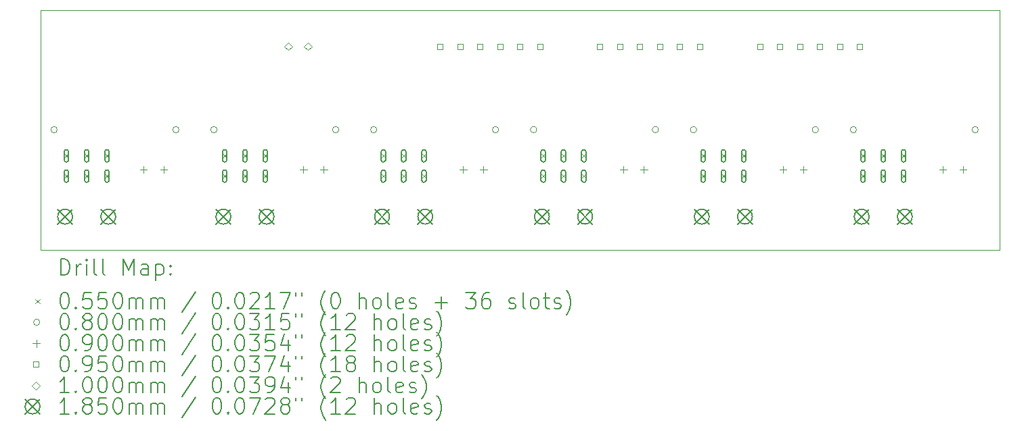
<source format=gbr>
%TF.GenerationSoftware,KiCad,Pcbnew,7.0.8*%
%TF.CreationDate,2024-02-13T18:25:48+01:00*%
%TF.ProjectId,BlankingRelay_Top2,426c616e-6b69-46e6-9752-656c61795f54,rev?*%
%TF.SameCoordinates,Original*%
%TF.FileFunction,Drillmap*%
%TF.FilePolarity,Positive*%
%FSLAX45Y45*%
G04 Gerber Fmt 4.5, Leading zero omitted, Abs format (unit mm)*
G04 Created by KiCad (PCBNEW 7.0.8) date 2024-02-13 18:25:48*
%MOMM*%
%LPD*%
G01*
G04 APERTURE LIST*
%ADD10C,0.100000*%
%ADD11C,0.200000*%
%ADD12C,0.055000*%
%ADD13C,0.080000*%
%ADD14C,0.090000*%
%ADD15C,0.095000*%
%ADD16C,0.185000*%
G04 APERTURE END LIST*
D10*
X5000000Y-5000000D02*
X17000000Y-5000000D01*
X17000000Y-8000000D01*
X5000000Y-8000000D01*
X5000000Y-5000000D01*
D11*
D12*
X5298500Y-6795500D02*
X5353500Y-6850500D01*
X5353500Y-6795500D02*
X5298500Y-6850500D01*
D11*
X5298500Y-6773000D02*
X5298500Y-6873000D01*
X5298500Y-6873000D02*
G75*
G03*
X5353500Y-6873000I27500J0D01*
G01*
X5353500Y-6873000D02*
X5353500Y-6773000D01*
X5353500Y-6773000D02*
G75*
G03*
X5298500Y-6773000I-27500J0D01*
G01*
D12*
X5298500Y-7049500D02*
X5353500Y-7104500D01*
X5353500Y-7049500D02*
X5298500Y-7104500D01*
D11*
X5298500Y-7027000D02*
X5298500Y-7127000D01*
X5298500Y-7127000D02*
G75*
G03*
X5353500Y-7127000I27500J0D01*
G01*
X5353500Y-7127000D02*
X5353500Y-7027000D01*
X5353500Y-7027000D02*
G75*
G03*
X5298500Y-7027000I-27500J0D01*
G01*
D12*
X5552500Y-6795500D02*
X5607500Y-6850500D01*
X5607500Y-6795500D02*
X5552500Y-6850500D01*
D11*
X5552500Y-6773000D02*
X5552500Y-6873000D01*
X5552500Y-6873000D02*
G75*
G03*
X5607500Y-6873000I27500J0D01*
G01*
X5607500Y-6873000D02*
X5607500Y-6773000D01*
X5607500Y-6773000D02*
G75*
G03*
X5552500Y-6773000I-27500J0D01*
G01*
D12*
X5552500Y-7049500D02*
X5607500Y-7104500D01*
X5607500Y-7049500D02*
X5552500Y-7104500D01*
D11*
X5552500Y-7027000D02*
X5552500Y-7127000D01*
X5552500Y-7127000D02*
G75*
G03*
X5607500Y-7127000I27500J0D01*
G01*
X5607500Y-7127000D02*
X5607500Y-7027000D01*
X5607500Y-7027000D02*
G75*
G03*
X5552500Y-7027000I-27500J0D01*
G01*
D12*
X5806500Y-6795500D02*
X5861500Y-6850500D01*
X5861500Y-6795500D02*
X5806500Y-6850500D01*
D11*
X5806500Y-6773000D02*
X5806500Y-6873000D01*
X5806500Y-6873000D02*
G75*
G03*
X5861500Y-6873000I27500J0D01*
G01*
X5861500Y-6873000D02*
X5861500Y-6773000D01*
X5861500Y-6773000D02*
G75*
G03*
X5806500Y-6773000I-27500J0D01*
G01*
D12*
X5806500Y-7049500D02*
X5861500Y-7104500D01*
X5861500Y-7049500D02*
X5806500Y-7104500D01*
D11*
X5806500Y-7027000D02*
X5806500Y-7127000D01*
X5806500Y-7127000D02*
G75*
G03*
X5861500Y-7127000I27500J0D01*
G01*
X5861500Y-7127000D02*
X5861500Y-7027000D01*
X5861500Y-7027000D02*
G75*
G03*
X5806500Y-7027000I-27500J0D01*
G01*
D12*
X7278500Y-6795500D02*
X7333500Y-6850500D01*
X7333500Y-6795500D02*
X7278500Y-6850500D01*
D11*
X7278500Y-6773000D02*
X7278500Y-6873000D01*
X7278500Y-6873000D02*
G75*
G03*
X7333500Y-6873000I27500J0D01*
G01*
X7333500Y-6873000D02*
X7333500Y-6773000D01*
X7333500Y-6773000D02*
G75*
G03*
X7278500Y-6773000I-27500J0D01*
G01*
D12*
X7278500Y-7049500D02*
X7333500Y-7104500D01*
X7333500Y-7049500D02*
X7278500Y-7104500D01*
D11*
X7278500Y-7027000D02*
X7278500Y-7127000D01*
X7278500Y-7127000D02*
G75*
G03*
X7333500Y-7127000I27500J0D01*
G01*
X7333500Y-7127000D02*
X7333500Y-7027000D01*
X7333500Y-7027000D02*
G75*
G03*
X7278500Y-7027000I-27500J0D01*
G01*
D12*
X7532500Y-6795500D02*
X7587500Y-6850500D01*
X7587500Y-6795500D02*
X7532500Y-6850500D01*
D11*
X7532500Y-6773000D02*
X7532500Y-6873000D01*
X7532500Y-6873000D02*
G75*
G03*
X7587500Y-6873000I27500J0D01*
G01*
X7587500Y-6873000D02*
X7587500Y-6773000D01*
X7587500Y-6773000D02*
G75*
G03*
X7532500Y-6773000I-27500J0D01*
G01*
D12*
X7532500Y-7049500D02*
X7587500Y-7104500D01*
X7587500Y-7049500D02*
X7532500Y-7104500D01*
D11*
X7532500Y-7027000D02*
X7532500Y-7127000D01*
X7532500Y-7127000D02*
G75*
G03*
X7587500Y-7127000I27500J0D01*
G01*
X7587500Y-7127000D02*
X7587500Y-7027000D01*
X7587500Y-7027000D02*
G75*
G03*
X7532500Y-7027000I-27500J0D01*
G01*
D12*
X7786500Y-6795500D02*
X7841500Y-6850500D01*
X7841500Y-6795500D02*
X7786500Y-6850500D01*
D11*
X7786500Y-6773000D02*
X7786500Y-6873000D01*
X7786500Y-6873000D02*
G75*
G03*
X7841500Y-6873000I27500J0D01*
G01*
X7841500Y-6873000D02*
X7841500Y-6773000D01*
X7841500Y-6773000D02*
G75*
G03*
X7786500Y-6773000I-27500J0D01*
G01*
D12*
X7786500Y-7049500D02*
X7841500Y-7104500D01*
X7841500Y-7049500D02*
X7786500Y-7104500D01*
D11*
X7786500Y-7027000D02*
X7786500Y-7127000D01*
X7786500Y-7127000D02*
G75*
G03*
X7841500Y-7127000I27500J0D01*
G01*
X7841500Y-7127000D02*
X7841500Y-7027000D01*
X7841500Y-7027000D02*
G75*
G03*
X7786500Y-7027000I-27500J0D01*
G01*
D12*
X9263500Y-6795500D02*
X9318500Y-6850500D01*
X9318500Y-6795500D02*
X9263500Y-6850500D01*
D11*
X9263500Y-6773000D02*
X9263500Y-6873000D01*
X9263500Y-6873000D02*
G75*
G03*
X9318500Y-6873000I27500J0D01*
G01*
X9318500Y-6873000D02*
X9318500Y-6773000D01*
X9318500Y-6773000D02*
G75*
G03*
X9263500Y-6773000I-27500J0D01*
G01*
D12*
X9263500Y-7049500D02*
X9318500Y-7104500D01*
X9318500Y-7049500D02*
X9263500Y-7104500D01*
D11*
X9263500Y-7027000D02*
X9263500Y-7127000D01*
X9263500Y-7127000D02*
G75*
G03*
X9318500Y-7127000I27500J0D01*
G01*
X9318500Y-7127000D02*
X9318500Y-7027000D01*
X9318500Y-7027000D02*
G75*
G03*
X9263500Y-7027000I-27500J0D01*
G01*
D12*
X9517500Y-6795500D02*
X9572500Y-6850500D01*
X9572500Y-6795500D02*
X9517500Y-6850500D01*
D11*
X9517500Y-6773000D02*
X9517500Y-6873000D01*
X9517500Y-6873000D02*
G75*
G03*
X9572500Y-6873000I27500J0D01*
G01*
X9572500Y-6873000D02*
X9572500Y-6773000D01*
X9572500Y-6773000D02*
G75*
G03*
X9517500Y-6773000I-27500J0D01*
G01*
D12*
X9517500Y-7049500D02*
X9572500Y-7104500D01*
X9572500Y-7049500D02*
X9517500Y-7104500D01*
D11*
X9517500Y-7027000D02*
X9517500Y-7127000D01*
X9517500Y-7127000D02*
G75*
G03*
X9572500Y-7127000I27500J0D01*
G01*
X9572500Y-7127000D02*
X9572500Y-7027000D01*
X9572500Y-7027000D02*
G75*
G03*
X9517500Y-7027000I-27500J0D01*
G01*
D12*
X9771500Y-6795500D02*
X9826500Y-6850500D01*
X9826500Y-6795500D02*
X9771500Y-6850500D01*
D11*
X9771500Y-6773000D02*
X9771500Y-6873000D01*
X9771500Y-6873000D02*
G75*
G03*
X9826500Y-6873000I27500J0D01*
G01*
X9826500Y-6873000D02*
X9826500Y-6773000D01*
X9826500Y-6773000D02*
G75*
G03*
X9771500Y-6773000I-27500J0D01*
G01*
D12*
X9771500Y-7049500D02*
X9826500Y-7104500D01*
X9826500Y-7049500D02*
X9771500Y-7104500D01*
D11*
X9771500Y-7027000D02*
X9771500Y-7127000D01*
X9771500Y-7127000D02*
G75*
G03*
X9826500Y-7127000I27500J0D01*
G01*
X9826500Y-7127000D02*
X9826500Y-7027000D01*
X9826500Y-7027000D02*
G75*
G03*
X9771500Y-7027000I-27500J0D01*
G01*
D12*
X11263500Y-6795500D02*
X11318500Y-6850500D01*
X11318500Y-6795500D02*
X11263500Y-6850500D01*
D11*
X11263500Y-6773000D02*
X11263500Y-6873000D01*
X11263500Y-6873000D02*
G75*
G03*
X11318500Y-6873000I27500J0D01*
G01*
X11318500Y-6873000D02*
X11318500Y-6773000D01*
X11318500Y-6773000D02*
G75*
G03*
X11263500Y-6773000I-27500J0D01*
G01*
D12*
X11263500Y-7049500D02*
X11318500Y-7104500D01*
X11318500Y-7049500D02*
X11263500Y-7104500D01*
D11*
X11263500Y-7027000D02*
X11263500Y-7127000D01*
X11263500Y-7127000D02*
G75*
G03*
X11318500Y-7127000I27500J0D01*
G01*
X11318500Y-7127000D02*
X11318500Y-7027000D01*
X11318500Y-7027000D02*
G75*
G03*
X11263500Y-7027000I-27500J0D01*
G01*
D12*
X11517500Y-6795500D02*
X11572500Y-6850500D01*
X11572500Y-6795500D02*
X11517500Y-6850500D01*
D11*
X11517500Y-6773000D02*
X11517500Y-6873000D01*
X11517500Y-6873000D02*
G75*
G03*
X11572500Y-6873000I27500J0D01*
G01*
X11572500Y-6873000D02*
X11572500Y-6773000D01*
X11572500Y-6773000D02*
G75*
G03*
X11517500Y-6773000I-27500J0D01*
G01*
D12*
X11517500Y-7049500D02*
X11572500Y-7104500D01*
X11572500Y-7049500D02*
X11517500Y-7104500D01*
D11*
X11517500Y-7027000D02*
X11517500Y-7127000D01*
X11517500Y-7127000D02*
G75*
G03*
X11572500Y-7127000I27500J0D01*
G01*
X11572500Y-7127000D02*
X11572500Y-7027000D01*
X11572500Y-7027000D02*
G75*
G03*
X11517500Y-7027000I-27500J0D01*
G01*
D12*
X11771500Y-6795500D02*
X11826500Y-6850500D01*
X11826500Y-6795500D02*
X11771500Y-6850500D01*
D11*
X11771500Y-6773000D02*
X11771500Y-6873000D01*
X11771500Y-6873000D02*
G75*
G03*
X11826500Y-6873000I27500J0D01*
G01*
X11826500Y-6873000D02*
X11826500Y-6773000D01*
X11826500Y-6773000D02*
G75*
G03*
X11771500Y-6773000I-27500J0D01*
G01*
D12*
X11771500Y-7049500D02*
X11826500Y-7104500D01*
X11826500Y-7049500D02*
X11771500Y-7104500D01*
D11*
X11771500Y-7027000D02*
X11771500Y-7127000D01*
X11771500Y-7127000D02*
G75*
G03*
X11826500Y-7127000I27500J0D01*
G01*
X11826500Y-7127000D02*
X11826500Y-7027000D01*
X11826500Y-7027000D02*
G75*
G03*
X11771500Y-7027000I-27500J0D01*
G01*
D12*
X13263500Y-6795500D02*
X13318500Y-6850500D01*
X13318500Y-6795500D02*
X13263500Y-6850500D01*
D11*
X13263500Y-6773000D02*
X13263500Y-6873000D01*
X13263500Y-6873000D02*
G75*
G03*
X13318500Y-6873000I27500J0D01*
G01*
X13318500Y-6873000D02*
X13318500Y-6773000D01*
X13318500Y-6773000D02*
G75*
G03*
X13263500Y-6773000I-27500J0D01*
G01*
D12*
X13263500Y-7049500D02*
X13318500Y-7104500D01*
X13318500Y-7049500D02*
X13263500Y-7104500D01*
D11*
X13263500Y-7027000D02*
X13263500Y-7127000D01*
X13263500Y-7127000D02*
G75*
G03*
X13318500Y-7127000I27500J0D01*
G01*
X13318500Y-7127000D02*
X13318500Y-7027000D01*
X13318500Y-7027000D02*
G75*
G03*
X13263500Y-7027000I-27500J0D01*
G01*
D12*
X13517500Y-6795500D02*
X13572500Y-6850500D01*
X13572500Y-6795500D02*
X13517500Y-6850500D01*
D11*
X13517500Y-6773000D02*
X13517500Y-6873000D01*
X13517500Y-6873000D02*
G75*
G03*
X13572500Y-6873000I27500J0D01*
G01*
X13572500Y-6873000D02*
X13572500Y-6773000D01*
X13572500Y-6773000D02*
G75*
G03*
X13517500Y-6773000I-27500J0D01*
G01*
D12*
X13517500Y-7049500D02*
X13572500Y-7104500D01*
X13572500Y-7049500D02*
X13517500Y-7104500D01*
D11*
X13517500Y-7027000D02*
X13517500Y-7127000D01*
X13517500Y-7127000D02*
G75*
G03*
X13572500Y-7127000I27500J0D01*
G01*
X13572500Y-7127000D02*
X13572500Y-7027000D01*
X13572500Y-7027000D02*
G75*
G03*
X13517500Y-7027000I-27500J0D01*
G01*
D12*
X13771500Y-6795500D02*
X13826500Y-6850500D01*
X13826500Y-6795500D02*
X13771500Y-6850500D01*
D11*
X13771500Y-6773000D02*
X13771500Y-6873000D01*
X13771500Y-6873000D02*
G75*
G03*
X13826500Y-6873000I27500J0D01*
G01*
X13826500Y-6873000D02*
X13826500Y-6773000D01*
X13826500Y-6773000D02*
G75*
G03*
X13771500Y-6773000I-27500J0D01*
G01*
D12*
X13771500Y-7049500D02*
X13826500Y-7104500D01*
X13826500Y-7049500D02*
X13771500Y-7104500D01*
D11*
X13771500Y-7027000D02*
X13771500Y-7127000D01*
X13771500Y-7127000D02*
G75*
G03*
X13826500Y-7127000I27500J0D01*
G01*
X13826500Y-7127000D02*
X13826500Y-7027000D01*
X13826500Y-7027000D02*
G75*
G03*
X13771500Y-7027000I-27500J0D01*
G01*
D12*
X15263500Y-6795500D02*
X15318500Y-6850500D01*
X15318500Y-6795500D02*
X15263500Y-6850500D01*
D11*
X15263500Y-6773000D02*
X15263500Y-6873000D01*
X15263500Y-6873000D02*
G75*
G03*
X15318500Y-6873000I27500J0D01*
G01*
X15318500Y-6873000D02*
X15318500Y-6773000D01*
X15318500Y-6773000D02*
G75*
G03*
X15263500Y-6773000I-27500J0D01*
G01*
D12*
X15263500Y-7049500D02*
X15318500Y-7104500D01*
X15318500Y-7049500D02*
X15263500Y-7104500D01*
D11*
X15263500Y-7027000D02*
X15263500Y-7127000D01*
X15263500Y-7127000D02*
G75*
G03*
X15318500Y-7127000I27500J0D01*
G01*
X15318500Y-7127000D02*
X15318500Y-7027000D01*
X15318500Y-7027000D02*
G75*
G03*
X15263500Y-7027000I-27500J0D01*
G01*
D12*
X15517500Y-6795500D02*
X15572500Y-6850500D01*
X15572500Y-6795500D02*
X15517500Y-6850500D01*
D11*
X15517500Y-6773000D02*
X15517500Y-6873000D01*
X15517500Y-6873000D02*
G75*
G03*
X15572500Y-6873000I27500J0D01*
G01*
X15572500Y-6873000D02*
X15572500Y-6773000D01*
X15572500Y-6773000D02*
G75*
G03*
X15517500Y-6773000I-27500J0D01*
G01*
D12*
X15517500Y-7049500D02*
X15572500Y-7104500D01*
X15572500Y-7049500D02*
X15517500Y-7104500D01*
D11*
X15517500Y-7027000D02*
X15517500Y-7127000D01*
X15517500Y-7127000D02*
G75*
G03*
X15572500Y-7127000I27500J0D01*
G01*
X15572500Y-7127000D02*
X15572500Y-7027000D01*
X15572500Y-7027000D02*
G75*
G03*
X15517500Y-7027000I-27500J0D01*
G01*
D12*
X15771500Y-6795500D02*
X15826500Y-6850500D01*
X15826500Y-6795500D02*
X15771500Y-6850500D01*
D11*
X15771500Y-6773000D02*
X15771500Y-6873000D01*
X15771500Y-6873000D02*
G75*
G03*
X15826500Y-6873000I27500J0D01*
G01*
X15826500Y-6873000D02*
X15826500Y-6773000D01*
X15826500Y-6773000D02*
G75*
G03*
X15771500Y-6773000I-27500J0D01*
G01*
D12*
X15771500Y-7049500D02*
X15826500Y-7104500D01*
X15826500Y-7049500D02*
X15771500Y-7104500D01*
D11*
X15771500Y-7027000D02*
X15771500Y-7127000D01*
X15771500Y-7127000D02*
G75*
G03*
X15826500Y-7127000I27500J0D01*
G01*
X15826500Y-7127000D02*
X15826500Y-7027000D01*
X15826500Y-7027000D02*
G75*
G03*
X15771500Y-7027000I-27500J0D01*
G01*
D13*
X5211000Y-6495000D02*
G75*
G03*
X5211000Y-6495000I-40000J0D01*
G01*
X6735000Y-6495000D02*
G75*
G03*
X6735000Y-6495000I-40000J0D01*
G01*
X7211000Y-6495000D02*
G75*
G03*
X7211000Y-6495000I-40000J0D01*
G01*
X8735000Y-6495000D02*
G75*
G03*
X8735000Y-6495000I-40000J0D01*
G01*
X9211000Y-6495000D02*
G75*
G03*
X9211000Y-6495000I-40000J0D01*
G01*
X10735000Y-6495000D02*
G75*
G03*
X10735000Y-6495000I-40000J0D01*
G01*
X11211000Y-6495000D02*
G75*
G03*
X11211000Y-6495000I-40000J0D01*
G01*
X12735000Y-6495000D02*
G75*
G03*
X12735000Y-6495000I-40000J0D01*
G01*
X13211000Y-6495000D02*
G75*
G03*
X13211000Y-6495000I-40000J0D01*
G01*
X14735000Y-6495000D02*
G75*
G03*
X14735000Y-6495000I-40000J0D01*
G01*
X15211000Y-6495000D02*
G75*
G03*
X15211000Y-6495000I-40000J0D01*
G01*
X16735000Y-6495000D02*
G75*
G03*
X16735000Y-6495000I-40000J0D01*
G01*
D14*
X6291000Y-6950000D02*
X6291000Y-7040000D01*
X6246000Y-6995000D02*
X6336000Y-6995000D01*
X6545000Y-6950000D02*
X6545000Y-7040000D01*
X6500000Y-6995000D02*
X6590000Y-6995000D01*
X8291000Y-6950000D02*
X8291000Y-7040000D01*
X8246000Y-6995000D02*
X8336000Y-6995000D01*
X8545000Y-6950000D02*
X8545000Y-7040000D01*
X8500000Y-6995000D02*
X8590000Y-6995000D01*
X10291000Y-6950000D02*
X10291000Y-7040000D01*
X10246000Y-6995000D02*
X10336000Y-6995000D01*
X10545000Y-6950000D02*
X10545000Y-7040000D01*
X10500000Y-6995000D02*
X10590000Y-6995000D01*
X12296000Y-6950000D02*
X12296000Y-7040000D01*
X12251000Y-6995000D02*
X12341000Y-6995000D01*
X12550000Y-6950000D02*
X12550000Y-7040000D01*
X12505000Y-6995000D02*
X12595000Y-6995000D01*
X14291000Y-6950000D02*
X14291000Y-7040000D01*
X14246000Y-6995000D02*
X14336000Y-6995000D01*
X14545000Y-6950000D02*
X14545000Y-7040000D01*
X14500000Y-6995000D02*
X14590000Y-6995000D01*
X16291000Y-6950000D02*
X16291000Y-7040000D01*
X16246000Y-6995000D02*
X16336000Y-6995000D01*
X16545000Y-6950000D02*
X16545000Y-7040000D01*
X16500000Y-6995000D02*
X16590000Y-6995000D01*
D15*
X10033588Y-5483588D02*
X10033588Y-5416412D01*
X9966412Y-5416412D01*
X9966412Y-5483588D01*
X10033588Y-5483588D01*
X10283588Y-5483588D02*
X10283588Y-5416412D01*
X10216412Y-5416412D01*
X10216412Y-5483588D01*
X10283588Y-5483588D01*
X10533588Y-5483588D02*
X10533588Y-5416412D01*
X10466412Y-5416412D01*
X10466412Y-5483588D01*
X10533588Y-5483588D01*
X10783588Y-5483588D02*
X10783588Y-5416412D01*
X10716412Y-5416412D01*
X10716412Y-5483588D01*
X10783588Y-5483588D01*
X11033588Y-5483588D02*
X11033588Y-5416412D01*
X10966412Y-5416412D01*
X10966412Y-5483588D01*
X11033588Y-5483588D01*
X11283588Y-5483588D02*
X11283588Y-5416412D01*
X11216412Y-5416412D01*
X11216412Y-5483588D01*
X11283588Y-5483588D01*
X12033588Y-5483588D02*
X12033588Y-5416412D01*
X11966412Y-5416412D01*
X11966412Y-5483588D01*
X12033588Y-5483588D01*
X12283588Y-5483588D02*
X12283588Y-5416412D01*
X12216412Y-5416412D01*
X12216412Y-5483588D01*
X12283588Y-5483588D01*
X12533588Y-5483588D02*
X12533588Y-5416412D01*
X12466412Y-5416412D01*
X12466412Y-5483588D01*
X12533588Y-5483588D01*
X12783588Y-5483588D02*
X12783588Y-5416412D01*
X12716412Y-5416412D01*
X12716412Y-5483588D01*
X12783588Y-5483588D01*
X13033588Y-5483588D02*
X13033588Y-5416412D01*
X12966412Y-5416412D01*
X12966412Y-5483588D01*
X13033588Y-5483588D01*
X13283588Y-5483588D02*
X13283588Y-5416412D01*
X13216412Y-5416412D01*
X13216412Y-5483588D01*
X13283588Y-5483588D01*
X14033588Y-5483588D02*
X14033588Y-5416412D01*
X13966412Y-5416412D01*
X13966412Y-5483588D01*
X14033588Y-5483588D01*
X14283588Y-5483588D02*
X14283588Y-5416412D01*
X14216412Y-5416412D01*
X14216412Y-5483588D01*
X14283588Y-5483588D01*
X14533588Y-5483588D02*
X14533588Y-5416412D01*
X14466412Y-5416412D01*
X14466412Y-5483588D01*
X14533588Y-5483588D01*
X14783588Y-5483588D02*
X14783588Y-5416412D01*
X14716412Y-5416412D01*
X14716412Y-5483588D01*
X14783588Y-5483588D01*
X15033588Y-5483588D02*
X15033588Y-5416412D01*
X14966412Y-5416412D01*
X14966412Y-5483588D01*
X15033588Y-5483588D01*
X15283588Y-5483588D02*
X15283588Y-5416412D01*
X15216412Y-5416412D01*
X15216412Y-5483588D01*
X15283588Y-5483588D01*
D10*
X8100000Y-5500000D02*
X8150000Y-5450000D01*
X8100000Y-5400000D01*
X8050000Y-5450000D01*
X8100000Y-5500000D01*
X8350000Y-5500000D02*
X8400000Y-5450000D01*
X8350000Y-5400000D01*
X8300000Y-5450000D01*
X8350000Y-5500000D01*
D16*
X5217500Y-7492500D02*
X5402500Y-7677500D01*
X5402500Y-7492500D02*
X5217500Y-7677500D01*
X5402500Y-7585000D02*
G75*
G03*
X5402500Y-7585000I-92500J0D01*
G01*
X5757500Y-7492500D02*
X5942500Y-7677500D01*
X5942500Y-7492500D02*
X5757500Y-7677500D01*
X5942500Y-7585000D02*
G75*
G03*
X5942500Y-7585000I-92500J0D01*
G01*
X7197500Y-7492500D02*
X7382500Y-7677500D01*
X7382500Y-7492500D02*
X7197500Y-7677500D01*
X7382500Y-7585000D02*
G75*
G03*
X7382500Y-7585000I-92500J0D01*
G01*
X7737500Y-7492500D02*
X7922500Y-7677500D01*
X7922500Y-7492500D02*
X7737500Y-7677500D01*
X7922500Y-7585000D02*
G75*
G03*
X7922500Y-7585000I-92500J0D01*
G01*
X9182500Y-7492500D02*
X9367500Y-7677500D01*
X9367500Y-7492500D02*
X9182500Y-7677500D01*
X9367500Y-7585000D02*
G75*
G03*
X9367500Y-7585000I-92500J0D01*
G01*
X9722500Y-7492500D02*
X9907500Y-7677500D01*
X9907500Y-7492500D02*
X9722500Y-7677500D01*
X9907500Y-7585000D02*
G75*
G03*
X9907500Y-7585000I-92500J0D01*
G01*
X11182500Y-7492500D02*
X11367500Y-7677500D01*
X11367500Y-7492500D02*
X11182500Y-7677500D01*
X11367500Y-7585000D02*
G75*
G03*
X11367500Y-7585000I-92500J0D01*
G01*
X11722500Y-7492500D02*
X11907500Y-7677500D01*
X11907500Y-7492500D02*
X11722500Y-7677500D01*
X11907500Y-7585000D02*
G75*
G03*
X11907500Y-7585000I-92500J0D01*
G01*
X13182500Y-7492500D02*
X13367500Y-7677500D01*
X13367500Y-7492500D02*
X13182500Y-7677500D01*
X13367500Y-7585000D02*
G75*
G03*
X13367500Y-7585000I-92500J0D01*
G01*
X13722500Y-7492500D02*
X13907500Y-7677500D01*
X13907500Y-7492500D02*
X13722500Y-7677500D01*
X13907500Y-7585000D02*
G75*
G03*
X13907500Y-7585000I-92500J0D01*
G01*
X15182500Y-7492500D02*
X15367500Y-7677500D01*
X15367500Y-7492500D02*
X15182500Y-7677500D01*
X15367500Y-7585000D02*
G75*
G03*
X15367500Y-7585000I-92500J0D01*
G01*
X15722500Y-7492500D02*
X15907500Y-7677500D01*
X15907500Y-7492500D02*
X15722500Y-7677500D01*
X15907500Y-7585000D02*
G75*
G03*
X15907500Y-7585000I-92500J0D01*
G01*
D11*
X5255777Y-8316484D02*
X5255777Y-8116484D01*
X5255777Y-8116484D02*
X5303396Y-8116484D01*
X5303396Y-8116484D02*
X5331967Y-8126008D01*
X5331967Y-8126008D02*
X5351015Y-8145055D01*
X5351015Y-8145055D02*
X5360539Y-8164103D01*
X5360539Y-8164103D02*
X5370063Y-8202198D01*
X5370063Y-8202198D02*
X5370063Y-8230769D01*
X5370063Y-8230769D02*
X5360539Y-8268865D01*
X5360539Y-8268865D02*
X5351015Y-8287912D01*
X5351015Y-8287912D02*
X5331967Y-8306960D01*
X5331967Y-8306960D02*
X5303396Y-8316484D01*
X5303396Y-8316484D02*
X5255777Y-8316484D01*
X5455777Y-8316484D02*
X5455777Y-8183150D01*
X5455777Y-8221246D02*
X5465301Y-8202198D01*
X5465301Y-8202198D02*
X5474824Y-8192674D01*
X5474824Y-8192674D02*
X5493872Y-8183150D01*
X5493872Y-8183150D02*
X5512920Y-8183150D01*
X5579586Y-8316484D02*
X5579586Y-8183150D01*
X5579586Y-8116484D02*
X5570063Y-8126008D01*
X5570063Y-8126008D02*
X5579586Y-8135531D01*
X5579586Y-8135531D02*
X5589110Y-8126008D01*
X5589110Y-8126008D02*
X5579586Y-8116484D01*
X5579586Y-8116484D02*
X5579586Y-8135531D01*
X5703396Y-8316484D02*
X5684348Y-8306960D01*
X5684348Y-8306960D02*
X5674824Y-8287912D01*
X5674824Y-8287912D02*
X5674824Y-8116484D01*
X5808158Y-8316484D02*
X5789110Y-8306960D01*
X5789110Y-8306960D02*
X5779586Y-8287912D01*
X5779586Y-8287912D02*
X5779586Y-8116484D01*
X6036729Y-8316484D02*
X6036729Y-8116484D01*
X6036729Y-8116484D02*
X6103396Y-8259341D01*
X6103396Y-8259341D02*
X6170062Y-8116484D01*
X6170062Y-8116484D02*
X6170062Y-8316484D01*
X6351015Y-8316484D02*
X6351015Y-8211722D01*
X6351015Y-8211722D02*
X6341491Y-8192674D01*
X6341491Y-8192674D02*
X6322443Y-8183150D01*
X6322443Y-8183150D02*
X6284348Y-8183150D01*
X6284348Y-8183150D02*
X6265301Y-8192674D01*
X6351015Y-8306960D02*
X6331967Y-8316484D01*
X6331967Y-8316484D02*
X6284348Y-8316484D01*
X6284348Y-8316484D02*
X6265301Y-8306960D01*
X6265301Y-8306960D02*
X6255777Y-8287912D01*
X6255777Y-8287912D02*
X6255777Y-8268865D01*
X6255777Y-8268865D02*
X6265301Y-8249817D01*
X6265301Y-8249817D02*
X6284348Y-8240293D01*
X6284348Y-8240293D02*
X6331967Y-8240293D01*
X6331967Y-8240293D02*
X6351015Y-8230769D01*
X6446253Y-8183150D02*
X6446253Y-8383150D01*
X6446253Y-8192674D02*
X6465301Y-8183150D01*
X6465301Y-8183150D02*
X6503396Y-8183150D01*
X6503396Y-8183150D02*
X6522443Y-8192674D01*
X6522443Y-8192674D02*
X6531967Y-8202198D01*
X6531967Y-8202198D02*
X6541491Y-8221246D01*
X6541491Y-8221246D02*
X6541491Y-8278388D01*
X6541491Y-8278388D02*
X6531967Y-8297436D01*
X6531967Y-8297436D02*
X6522443Y-8306960D01*
X6522443Y-8306960D02*
X6503396Y-8316484D01*
X6503396Y-8316484D02*
X6465301Y-8316484D01*
X6465301Y-8316484D02*
X6446253Y-8306960D01*
X6627205Y-8297436D02*
X6636729Y-8306960D01*
X6636729Y-8306960D02*
X6627205Y-8316484D01*
X6627205Y-8316484D02*
X6617682Y-8306960D01*
X6617682Y-8306960D02*
X6627205Y-8297436D01*
X6627205Y-8297436D02*
X6627205Y-8316484D01*
X6627205Y-8192674D02*
X6636729Y-8202198D01*
X6636729Y-8202198D02*
X6627205Y-8211722D01*
X6627205Y-8211722D02*
X6617682Y-8202198D01*
X6617682Y-8202198D02*
X6627205Y-8192674D01*
X6627205Y-8192674D02*
X6627205Y-8211722D01*
D12*
X4940000Y-8617500D02*
X4995000Y-8672500D01*
X4995000Y-8617500D02*
X4940000Y-8672500D01*
D11*
X5293872Y-8536484D02*
X5312920Y-8536484D01*
X5312920Y-8536484D02*
X5331967Y-8546008D01*
X5331967Y-8546008D02*
X5341491Y-8555531D01*
X5341491Y-8555531D02*
X5351015Y-8574579D01*
X5351015Y-8574579D02*
X5360539Y-8612674D01*
X5360539Y-8612674D02*
X5360539Y-8660293D01*
X5360539Y-8660293D02*
X5351015Y-8698389D01*
X5351015Y-8698389D02*
X5341491Y-8717436D01*
X5341491Y-8717436D02*
X5331967Y-8726960D01*
X5331967Y-8726960D02*
X5312920Y-8736484D01*
X5312920Y-8736484D02*
X5293872Y-8736484D01*
X5293872Y-8736484D02*
X5274824Y-8726960D01*
X5274824Y-8726960D02*
X5265301Y-8717436D01*
X5265301Y-8717436D02*
X5255777Y-8698389D01*
X5255777Y-8698389D02*
X5246253Y-8660293D01*
X5246253Y-8660293D02*
X5246253Y-8612674D01*
X5246253Y-8612674D02*
X5255777Y-8574579D01*
X5255777Y-8574579D02*
X5265301Y-8555531D01*
X5265301Y-8555531D02*
X5274824Y-8546008D01*
X5274824Y-8546008D02*
X5293872Y-8536484D01*
X5446253Y-8717436D02*
X5455777Y-8726960D01*
X5455777Y-8726960D02*
X5446253Y-8736484D01*
X5446253Y-8736484D02*
X5436729Y-8726960D01*
X5436729Y-8726960D02*
X5446253Y-8717436D01*
X5446253Y-8717436D02*
X5446253Y-8736484D01*
X5636729Y-8536484D02*
X5541491Y-8536484D01*
X5541491Y-8536484D02*
X5531967Y-8631722D01*
X5531967Y-8631722D02*
X5541491Y-8622198D01*
X5541491Y-8622198D02*
X5560539Y-8612674D01*
X5560539Y-8612674D02*
X5608158Y-8612674D01*
X5608158Y-8612674D02*
X5627205Y-8622198D01*
X5627205Y-8622198D02*
X5636729Y-8631722D01*
X5636729Y-8631722D02*
X5646253Y-8650770D01*
X5646253Y-8650770D02*
X5646253Y-8698389D01*
X5646253Y-8698389D02*
X5636729Y-8717436D01*
X5636729Y-8717436D02*
X5627205Y-8726960D01*
X5627205Y-8726960D02*
X5608158Y-8736484D01*
X5608158Y-8736484D02*
X5560539Y-8736484D01*
X5560539Y-8736484D02*
X5541491Y-8726960D01*
X5541491Y-8726960D02*
X5531967Y-8717436D01*
X5827205Y-8536484D02*
X5731967Y-8536484D01*
X5731967Y-8536484D02*
X5722443Y-8631722D01*
X5722443Y-8631722D02*
X5731967Y-8622198D01*
X5731967Y-8622198D02*
X5751015Y-8612674D01*
X5751015Y-8612674D02*
X5798634Y-8612674D01*
X5798634Y-8612674D02*
X5817682Y-8622198D01*
X5817682Y-8622198D02*
X5827205Y-8631722D01*
X5827205Y-8631722D02*
X5836729Y-8650770D01*
X5836729Y-8650770D02*
X5836729Y-8698389D01*
X5836729Y-8698389D02*
X5827205Y-8717436D01*
X5827205Y-8717436D02*
X5817682Y-8726960D01*
X5817682Y-8726960D02*
X5798634Y-8736484D01*
X5798634Y-8736484D02*
X5751015Y-8736484D01*
X5751015Y-8736484D02*
X5731967Y-8726960D01*
X5731967Y-8726960D02*
X5722443Y-8717436D01*
X5960539Y-8536484D02*
X5979586Y-8536484D01*
X5979586Y-8536484D02*
X5998634Y-8546008D01*
X5998634Y-8546008D02*
X6008158Y-8555531D01*
X6008158Y-8555531D02*
X6017682Y-8574579D01*
X6017682Y-8574579D02*
X6027205Y-8612674D01*
X6027205Y-8612674D02*
X6027205Y-8660293D01*
X6027205Y-8660293D02*
X6017682Y-8698389D01*
X6017682Y-8698389D02*
X6008158Y-8717436D01*
X6008158Y-8717436D02*
X5998634Y-8726960D01*
X5998634Y-8726960D02*
X5979586Y-8736484D01*
X5979586Y-8736484D02*
X5960539Y-8736484D01*
X5960539Y-8736484D02*
X5941491Y-8726960D01*
X5941491Y-8726960D02*
X5931967Y-8717436D01*
X5931967Y-8717436D02*
X5922443Y-8698389D01*
X5922443Y-8698389D02*
X5912920Y-8660293D01*
X5912920Y-8660293D02*
X5912920Y-8612674D01*
X5912920Y-8612674D02*
X5922443Y-8574579D01*
X5922443Y-8574579D02*
X5931967Y-8555531D01*
X5931967Y-8555531D02*
X5941491Y-8546008D01*
X5941491Y-8546008D02*
X5960539Y-8536484D01*
X6112920Y-8736484D02*
X6112920Y-8603150D01*
X6112920Y-8622198D02*
X6122443Y-8612674D01*
X6122443Y-8612674D02*
X6141491Y-8603150D01*
X6141491Y-8603150D02*
X6170063Y-8603150D01*
X6170063Y-8603150D02*
X6189110Y-8612674D01*
X6189110Y-8612674D02*
X6198634Y-8631722D01*
X6198634Y-8631722D02*
X6198634Y-8736484D01*
X6198634Y-8631722D02*
X6208158Y-8612674D01*
X6208158Y-8612674D02*
X6227205Y-8603150D01*
X6227205Y-8603150D02*
X6255777Y-8603150D01*
X6255777Y-8603150D02*
X6274824Y-8612674D01*
X6274824Y-8612674D02*
X6284348Y-8631722D01*
X6284348Y-8631722D02*
X6284348Y-8736484D01*
X6379586Y-8736484D02*
X6379586Y-8603150D01*
X6379586Y-8622198D02*
X6389110Y-8612674D01*
X6389110Y-8612674D02*
X6408158Y-8603150D01*
X6408158Y-8603150D02*
X6436729Y-8603150D01*
X6436729Y-8603150D02*
X6455777Y-8612674D01*
X6455777Y-8612674D02*
X6465301Y-8631722D01*
X6465301Y-8631722D02*
X6465301Y-8736484D01*
X6465301Y-8631722D02*
X6474824Y-8612674D01*
X6474824Y-8612674D02*
X6493872Y-8603150D01*
X6493872Y-8603150D02*
X6522443Y-8603150D01*
X6522443Y-8603150D02*
X6541491Y-8612674D01*
X6541491Y-8612674D02*
X6551015Y-8631722D01*
X6551015Y-8631722D02*
X6551015Y-8736484D01*
X6941491Y-8526960D02*
X6770063Y-8784103D01*
X7198634Y-8536484D02*
X7217682Y-8536484D01*
X7217682Y-8536484D02*
X7236729Y-8546008D01*
X7236729Y-8546008D02*
X7246253Y-8555531D01*
X7246253Y-8555531D02*
X7255777Y-8574579D01*
X7255777Y-8574579D02*
X7265301Y-8612674D01*
X7265301Y-8612674D02*
X7265301Y-8660293D01*
X7265301Y-8660293D02*
X7255777Y-8698389D01*
X7255777Y-8698389D02*
X7246253Y-8717436D01*
X7246253Y-8717436D02*
X7236729Y-8726960D01*
X7236729Y-8726960D02*
X7217682Y-8736484D01*
X7217682Y-8736484D02*
X7198634Y-8736484D01*
X7198634Y-8736484D02*
X7179586Y-8726960D01*
X7179586Y-8726960D02*
X7170063Y-8717436D01*
X7170063Y-8717436D02*
X7160539Y-8698389D01*
X7160539Y-8698389D02*
X7151015Y-8660293D01*
X7151015Y-8660293D02*
X7151015Y-8612674D01*
X7151015Y-8612674D02*
X7160539Y-8574579D01*
X7160539Y-8574579D02*
X7170063Y-8555531D01*
X7170063Y-8555531D02*
X7179586Y-8546008D01*
X7179586Y-8546008D02*
X7198634Y-8536484D01*
X7351015Y-8717436D02*
X7360539Y-8726960D01*
X7360539Y-8726960D02*
X7351015Y-8736484D01*
X7351015Y-8736484D02*
X7341491Y-8726960D01*
X7341491Y-8726960D02*
X7351015Y-8717436D01*
X7351015Y-8717436D02*
X7351015Y-8736484D01*
X7484348Y-8536484D02*
X7503396Y-8536484D01*
X7503396Y-8536484D02*
X7522444Y-8546008D01*
X7522444Y-8546008D02*
X7531967Y-8555531D01*
X7531967Y-8555531D02*
X7541491Y-8574579D01*
X7541491Y-8574579D02*
X7551015Y-8612674D01*
X7551015Y-8612674D02*
X7551015Y-8660293D01*
X7551015Y-8660293D02*
X7541491Y-8698389D01*
X7541491Y-8698389D02*
X7531967Y-8717436D01*
X7531967Y-8717436D02*
X7522444Y-8726960D01*
X7522444Y-8726960D02*
X7503396Y-8736484D01*
X7503396Y-8736484D02*
X7484348Y-8736484D01*
X7484348Y-8736484D02*
X7465301Y-8726960D01*
X7465301Y-8726960D02*
X7455777Y-8717436D01*
X7455777Y-8717436D02*
X7446253Y-8698389D01*
X7446253Y-8698389D02*
X7436729Y-8660293D01*
X7436729Y-8660293D02*
X7436729Y-8612674D01*
X7436729Y-8612674D02*
X7446253Y-8574579D01*
X7446253Y-8574579D02*
X7455777Y-8555531D01*
X7455777Y-8555531D02*
X7465301Y-8546008D01*
X7465301Y-8546008D02*
X7484348Y-8536484D01*
X7627206Y-8555531D02*
X7636729Y-8546008D01*
X7636729Y-8546008D02*
X7655777Y-8536484D01*
X7655777Y-8536484D02*
X7703396Y-8536484D01*
X7703396Y-8536484D02*
X7722444Y-8546008D01*
X7722444Y-8546008D02*
X7731967Y-8555531D01*
X7731967Y-8555531D02*
X7741491Y-8574579D01*
X7741491Y-8574579D02*
X7741491Y-8593627D01*
X7741491Y-8593627D02*
X7731967Y-8622198D01*
X7731967Y-8622198D02*
X7617682Y-8736484D01*
X7617682Y-8736484D02*
X7741491Y-8736484D01*
X7931967Y-8736484D02*
X7817682Y-8736484D01*
X7874825Y-8736484D02*
X7874825Y-8536484D01*
X7874825Y-8536484D02*
X7855777Y-8565055D01*
X7855777Y-8565055D02*
X7836729Y-8584103D01*
X7836729Y-8584103D02*
X7817682Y-8593627D01*
X7998634Y-8536484D02*
X8131967Y-8536484D01*
X8131967Y-8536484D02*
X8046253Y-8736484D01*
X8198634Y-8536484D02*
X8198634Y-8574579D01*
X8274825Y-8536484D02*
X8274825Y-8574579D01*
X8570063Y-8812674D02*
X8560539Y-8803150D01*
X8560539Y-8803150D02*
X8541491Y-8774579D01*
X8541491Y-8774579D02*
X8531968Y-8755531D01*
X8531968Y-8755531D02*
X8522444Y-8726960D01*
X8522444Y-8726960D02*
X8512920Y-8679341D01*
X8512920Y-8679341D02*
X8512920Y-8641246D01*
X8512920Y-8641246D02*
X8522444Y-8593627D01*
X8522444Y-8593627D02*
X8531968Y-8565055D01*
X8531968Y-8565055D02*
X8541491Y-8546008D01*
X8541491Y-8546008D02*
X8560539Y-8517436D01*
X8560539Y-8517436D02*
X8570063Y-8507912D01*
X8684349Y-8536484D02*
X8703396Y-8536484D01*
X8703396Y-8536484D02*
X8722444Y-8546008D01*
X8722444Y-8546008D02*
X8731968Y-8555531D01*
X8731968Y-8555531D02*
X8741491Y-8574579D01*
X8741491Y-8574579D02*
X8751015Y-8612674D01*
X8751015Y-8612674D02*
X8751015Y-8660293D01*
X8751015Y-8660293D02*
X8741491Y-8698389D01*
X8741491Y-8698389D02*
X8731968Y-8717436D01*
X8731968Y-8717436D02*
X8722444Y-8726960D01*
X8722444Y-8726960D02*
X8703396Y-8736484D01*
X8703396Y-8736484D02*
X8684349Y-8736484D01*
X8684349Y-8736484D02*
X8665301Y-8726960D01*
X8665301Y-8726960D02*
X8655777Y-8717436D01*
X8655777Y-8717436D02*
X8646253Y-8698389D01*
X8646253Y-8698389D02*
X8636730Y-8660293D01*
X8636730Y-8660293D02*
X8636730Y-8612674D01*
X8636730Y-8612674D02*
X8646253Y-8574579D01*
X8646253Y-8574579D02*
X8655777Y-8555531D01*
X8655777Y-8555531D02*
X8665301Y-8546008D01*
X8665301Y-8546008D02*
X8684349Y-8536484D01*
X8989111Y-8736484D02*
X8989111Y-8536484D01*
X9074825Y-8736484D02*
X9074825Y-8631722D01*
X9074825Y-8631722D02*
X9065301Y-8612674D01*
X9065301Y-8612674D02*
X9046253Y-8603150D01*
X9046253Y-8603150D02*
X9017682Y-8603150D01*
X9017682Y-8603150D02*
X8998634Y-8612674D01*
X8998634Y-8612674D02*
X8989111Y-8622198D01*
X9198634Y-8736484D02*
X9179587Y-8726960D01*
X9179587Y-8726960D02*
X9170063Y-8717436D01*
X9170063Y-8717436D02*
X9160539Y-8698389D01*
X9160539Y-8698389D02*
X9160539Y-8641246D01*
X9160539Y-8641246D02*
X9170063Y-8622198D01*
X9170063Y-8622198D02*
X9179587Y-8612674D01*
X9179587Y-8612674D02*
X9198634Y-8603150D01*
X9198634Y-8603150D02*
X9227206Y-8603150D01*
X9227206Y-8603150D02*
X9246253Y-8612674D01*
X9246253Y-8612674D02*
X9255777Y-8622198D01*
X9255777Y-8622198D02*
X9265301Y-8641246D01*
X9265301Y-8641246D02*
X9265301Y-8698389D01*
X9265301Y-8698389D02*
X9255777Y-8717436D01*
X9255777Y-8717436D02*
X9246253Y-8726960D01*
X9246253Y-8726960D02*
X9227206Y-8736484D01*
X9227206Y-8736484D02*
X9198634Y-8736484D01*
X9379587Y-8736484D02*
X9360539Y-8726960D01*
X9360539Y-8726960D02*
X9351015Y-8707912D01*
X9351015Y-8707912D02*
X9351015Y-8536484D01*
X9531968Y-8726960D02*
X9512920Y-8736484D01*
X9512920Y-8736484D02*
X9474825Y-8736484D01*
X9474825Y-8736484D02*
X9455777Y-8726960D01*
X9455777Y-8726960D02*
X9446253Y-8707912D01*
X9446253Y-8707912D02*
X9446253Y-8631722D01*
X9446253Y-8631722D02*
X9455777Y-8612674D01*
X9455777Y-8612674D02*
X9474825Y-8603150D01*
X9474825Y-8603150D02*
X9512920Y-8603150D01*
X9512920Y-8603150D02*
X9531968Y-8612674D01*
X9531968Y-8612674D02*
X9541492Y-8631722D01*
X9541492Y-8631722D02*
X9541492Y-8650770D01*
X9541492Y-8650770D02*
X9446253Y-8669817D01*
X9617682Y-8726960D02*
X9636730Y-8736484D01*
X9636730Y-8736484D02*
X9674825Y-8736484D01*
X9674825Y-8736484D02*
X9693873Y-8726960D01*
X9693873Y-8726960D02*
X9703396Y-8707912D01*
X9703396Y-8707912D02*
X9703396Y-8698389D01*
X9703396Y-8698389D02*
X9693873Y-8679341D01*
X9693873Y-8679341D02*
X9674825Y-8669817D01*
X9674825Y-8669817D02*
X9646253Y-8669817D01*
X9646253Y-8669817D02*
X9627206Y-8660293D01*
X9627206Y-8660293D02*
X9617682Y-8641246D01*
X9617682Y-8641246D02*
X9617682Y-8631722D01*
X9617682Y-8631722D02*
X9627206Y-8612674D01*
X9627206Y-8612674D02*
X9646253Y-8603150D01*
X9646253Y-8603150D02*
X9674825Y-8603150D01*
X9674825Y-8603150D02*
X9693873Y-8612674D01*
X9941492Y-8660293D02*
X10093873Y-8660293D01*
X10017682Y-8736484D02*
X10017682Y-8584103D01*
X10322444Y-8536484D02*
X10446254Y-8536484D01*
X10446254Y-8536484D02*
X10379587Y-8612674D01*
X10379587Y-8612674D02*
X10408158Y-8612674D01*
X10408158Y-8612674D02*
X10427206Y-8622198D01*
X10427206Y-8622198D02*
X10436730Y-8631722D01*
X10436730Y-8631722D02*
X10446254Y-8650770D01*
X10446254Y-8650770D02*
X10446254Y-8698389D01*
X10446254Y-8698389D02*
X10436730Y-8717436D01*
X10436730Y-8717436D02*
X10427206Y-8726960D01*
X10427206Y-8726960D02*
X10408158Y-8736484D01*
X10408158Y-8736484D02*
X10351015Y-8736484D01*
X10351015Y-8736484D02*
X10331968Y-8726960D01*
X10331968Y-8726960D02*
X10322444Y-8717436D01*
X10617682Y-8536484D02*
X10579587Y-8536484D01*
X10579587Y-8536484D02*
X10560539Y-8546008D01*
X10560539Y-8546008D02*
X10551015Y-8555531D01*
X10551015Y-8555531D02*
X10531968Y-8584103D01*
X10531968Y-8584103D02*
X10522444Y-8622198D01*
X10522444Y-8622198D02*
X10522444Y-8698389D01*
X10522444Y-8698389D02*
X10531968Y-8717436D01*
X10531968Y-8717436D02*
X10541492Y-8726960D01*
X10541492Y-8726960D02*
X10560539Y-8736484D01*
X10560539Y-8736484D02*
X10598635Y-8736484D01*
X10598635Y-8736484D02*
X10617682Y-8726960D01*
X10617682Y-8726960D02*
X10627206Y-8717436D01*
X10627206Y-8717436D02*
X10636730Y-8698389D01*
X10636730Y-8698389D02*
X10636730Y-8650770D01*
X10636730Y-8650770D02*
X10627206Y-8631722D01*
X10627206Y-8631722D02*
X10617682Y-8622198D01*
X10617682Y-8622198D02*
X10598635Y-8612674D01*
X10598635Y-8612674D02*
X10560539Y-8612674D01*
X10560539Y-8612674D02*
X10541492Y-8622198D01*
X10541492Y-8622198D02*
X10531968Y-8631722D01*
X10531968Y-8631722D02*
X10522444Y-8650770D01*
X10865301Y-8726960D02*
X10884349Y-8736484D01*
X10884349Y-8736484D02*
X10922444Y-8736484D01*
X10922444Y-8736484D02*
X10941492Y-8726960D01*
X10941492Y-8726960D02*
X10951016Y-8707912D01*
X10951016Y-8707912D02*
X10951016Y-8698389D01*
X10951016Y-8698389D02*
X10941492Y-8679341D01*
X10941492Y-8679341D02*
X10922444Y-8669817D01*
X10922444Y-8669817D02*
X10893873Y-8669817D01*
X10893873Y-8669817D02*
X10874825Y-8660293D01*
X10874825Y-8660293D02*
X10865301Y-8641246D01*
X10865301Y-8641246D02*
X10865301Y-8631722D01*
X10865301Y-8631722D02*
X10874825Y-8612674D01*
X10874825Y-8612674D02*
X10893873Y-8603150D01*
X10893873Y-8603150D02*
X10922444Y-8603150D01*
X10922444Y-8603150D02*
X10941492Y-8612674D01*
X11065301Y-8736484D02*
X11046254Y-8726960D01*
X11046254Y-8726960D02*
X11036730Y-8707912D01*
X11036730Y-8707912D02*
X11036730Y-8536484D01*
X11170063Y-8736484D02*
X11151016Y-8726960D01*
X11151016Y-8726960D02*
X11141492Y-8717436D01*
X11141492Y-8717436D02*
X11131968Y-8698389D01*
X11131968Y-8698389D02*
X11131968Y-8641246D01*
X11131968Y-8641246D02*
X11141492Y-8622198D01*
X11141492Y-8622198D02*
X11151016Y-8612674D01*
X11151016Y-8612674D02*
X11170063Y-8603150D01*
X11170063Y-8603150D02*
X11198635Y-8603150D01*
X11198635Y-8603150D02*
X11217682Y-8612674D01*
X11217682Y-8612674D02*
X11227206Y-8622198D01*
X11227206Y-8622198D02*
X11236730Y-8641246D01*
X11236730Y-8641246D02*
X11236730Y-8698389D01*
X11236730Y-8698389D02*
X11227206Y-8717436D01*
X11227206Y-8717436D02*
X11217682Y-8726960D01*
X11217682Y-8726960D02*
X11198635Y-8736484D01*
X11198635Y-8736484D02*
X11170063Y-8736484D01*
X11293873Y-8603150D02*
X11370063Y-8603150D01*
X11322444Y-8536484D02*
X11322444Y-8707912D01*
X11322444Y-8707912D02*
X11331968Y-8726960D01*
X11331968Y-8726960D02*
X11351015Y-8736484D01*
X11351015Y-8736484D02*
X11370063Y-8736484D01*
X11427206Y-8726960D02*
X11446254Y-8736484D01*
X11446254Y-8736484D02*
X11484349Y-8736484D01*
X11484349Y-8736484D02*
X11503396Y-8726960D01*
X11503396Y-8726960D02*
X11512920Y-8707912D01*
X11512920Y-8707912D02*
X11512920Y-8698389D01*
X11512920Y-8698389D02*
X11503396Y-8679341D01*
X11503396Y-8679341D02*
X11484349Y-8669817D01*
X11484349Y-8669817D02*
X11455777Y-8669817D01*
X11455777Y-8669817D02*
X11436730Y-8660293D01*
X11436730Y-8660293D02*
X11427206Y-8641246D01*
X11427206Y-8641246D02*
X11427206Y-8631722D01*
X11427206Y-8631722D02*
X11436730Y-8612674D01*
X11436730Y-8612674D02*
X11455777Y-8603150D01*
X11455777Y-8603150D02*
X11484349Y-8603150D01*
X11484349Y-8603150D02*
X11503396Y-8612674D01*
X11579587Y-8812674D02*
X11589111Y-8803150D01*
X11589111Y-8803150D02*
X11608158Y-8774579D01*
X11608158Y-8774579D02*
X11617682Y-8755531D01*
X11617682Y-8755531D02*
X11627206Y-8726960D01*
X11627206Y-8726960D02*
X11636730Y-8679341D01*
X11636730Y-8679341D02*
X11636730Y-8641246D01*
X11636730Y-8641246D02*
X11627206Y-8593627D01*
X11627206Y-8593627D02*
X11617682Y-8565055D01*
X11617682Y-8565055D02*
X11608158Y-8546008D01*
X11608158Y-8546008D02*
X11589111Y-8517436D01*
X11589111Y-8517436D02*
X11579587Y-8507912D01*
D13*
X4995000Y-8909000D02*
G75*
G03*
X4995000Y-8909000I-40000J0D01*
G01*
D11*
X5293872Y-8800484D02*
X5312920Y-8800484D01*
X5312920Y-8800484D02*
X5331967Y-8810008D01*
X5331967Y-8810008D02*
X5341491Y-8819531D01*
X5341491Y-8819531D02*
X5351015Y-8838579D01*
X5351015Y-8838579D02*
X5360539Y-8876674D01*
X5360539Y-8876674D02*
X5360539Y-8924293D01*
X5360539Y-8924293D02*
X5351015Y-8962389D01*
X5351015Y-8962389D02*
X5341491Y-8981436D01*
X5341491Y-8981436D02*
X5331967Y-8990960D01*
X5331967Y-8990960D02*
X5312920Y-9000484D01*
X5312920Y-9000484D02*
X5293872Y-9000484D01*
X5293872Y-9000484D02*
X5274824Y-8990960D01*
X5274824Y-8990960D02*
X5265301Y-8981436D01*
X5265301Y-8981436D02*
X5255777Y-8962389D01*
X5255777Y-8962389D02*
X5246253Y-8924293D01*
X5246253Y-8924293D02*
X5246253Y-8876674D01*
X5246253Y-8876674D02*
X5255777Y-8838579D01*
X5255777Y-8838579D02*
X5265301Y-8819531D01*
X5265301Y-8819531D02*
X5274824Y-8810008D01*
X5274824Y-8810008D02*
X5293872Y-8800484D01*
X5446253Y-8981436D02*
X5455777Y-8990960D01*
X5455777Y-8990960D02*
X5446253Y-9000484D01*
X5446253Y-9000484D02*
X5436729Y-8990960D01*
X5436729Y-8990960D02*
X5446253Y-8981436D01*
X5446253Y-8981436D02*
X5446253Y-9000484D01*
X5570063Y-8886198D02*
X5551015Y-8876674D01*
X5551015Y-8876674D02*
X5541491Y-8867150D01*
X5541491Y-8867150D02*
X5531967Y-8848103D01*
X5531967Y-8848103D02*
X5531967Y-8838579D01*
X5531967Y-8838579D02*
X5541491Y-8819531D01*
X5541491Y-8819531D02*
X5551015Y-8810008D01*
X5551015Y-8810008D02*
X5570063Y-8800484D01*
X5570063Y-8800484D02*
X5608158Y-8800484D01*
X5608158Y-8800484D02*
X5627205Y-8810008D01*
X5627205Y-8810008D02*
X5636729Y-8819531D01*
X5636729Y-8819531D02*
X5646253Y-8838579D01*
X5646253Y-8838579D02*
X5646253Y-8848103D01*
X5646253Y-8848103D02*
X5636729Y-8867150D01*
X5636729Y-8867150D02*
X5627205Y-8876674D01*
X5627205Y-8876674D02*
X5608158Y-8886198D01*
X5608158Y-8886198D02*
X5570063Y-8886198D01*
X5570063Y-8886198D02*
X5551015Y-8895722D01*
X5551015Y-8895722D02*
X5541491Y-8905246D01*
X5541491Y-8905246D02*
X5531967Y-8924293D01*
X5531967Y-8924293D02*
X5531967Y-8962389D01*
X5531967Y-8962389D02*
X5541491Y-8981436D01*
X5541491Y-8981436D02*
X5551015Y-8990960D01*
X5551015Y-8990960D02*
X5570063Y-9000484D01*
X5570063Y-9000484D02*
X5608158Y-9000484D01*
X5608158Y-9000484D02*
X5627205Y-8990960D01*
X5627205Y-8990960D02*
X5636729Y-8981436D01*
X5636729Y-8981436D02*
X5646253Y-8962389D01*
X5646253Y-8962389D02*
X5646253Y-8924293D01*
X5646253Y-8924293D02*
X5636729Y-8905246D01*
X5636729Y-8905246D02*
X5627205Y-8895722D01*
X5627205Y-8895722D02*
X5608158Y-8886198D01*
X5770062Y-8800484D02*
X5789110Y-8800484D01*
X5789110Y-8800484D02*
X5808158Y-8810008D01*
X5808158Y-8810008D02*
X5817682Y-8819531D01*
X5817682Y-8819531D02*
X5827205Y-8838579D01*
X5827205Y-8838579D02*
X5836729Y-8876674D01*
X5836729Y-8876674D02*
X5836729Y-8924293D01*
X5836729Y-8924293D02*
X5827205Y-8962389D01*
X5827205Y-8962389D02*
X5817682Y-8981436D01*
X5817682Y-8981436D02*
X5808158Y-8990960D01*
X5808158Y-8990960D02*
X5789110Y-9000484D01*
X5789110Y-9000484D02*
X5770062Y-9000484D01*
X5770062Y-9000484D02*
X5751015Y-8990960D01*
X5751015Y-8990960D02*
X5741491Y-8981436D01*
X5741491Y-8981436D02*
X5731967Y-8962389D01*
X5731967Y-8962389D02*
X5722443Y-8924293D01*
X5722443Y-8924293D02*
X5722443Y-8876674D01*
X5722443Y-8876674D02*
X5731967Y-8838579D01*
X5731967Y-8838579D02*
X5741491Y-8819531D01*
X5741491Y-8819531D02*
X5751015Y-8810008D01*
X5751015Y-8810008D02*
X5770062Y-8800484D01*
X5960539Y-8800484D02*
X5979586Y-8800484D01*
X5979586Y-8800484D02*
X5998634Y-8810008D01*
X5998634Y-8810008D02*
X6008158Y-8819531D01*
X6008158Y-8819531D02*
X6017682Y-8838579D01*
X6017682Y-8838579D02*
X6027205Y-8876674D01*
X6027205Y-8876674D02*
X6027205Y-8924293D01*
X6027205Y-8924293D02*
X6017682Y-8962389D01*
X6017682Y-8962389D02*
X6008158Y-8981436D01*
X6008158Y-8981436D02*
X5998634Y-8990960D01*
X5998634Y-8990960D02*
X5979586Y-9000484D01*
X5979586Y-9000484D02*
X5960539Y-9000484D01*
X5960539Y-9000484D02*
X5941491Y-8990960D01*
X5941491Y-8990960D02*
X5931967Y-8981436D01*
X5931967Y-8981436D02*
X5922443Y-8962389D01*
X5922443Y-8962389D02*
X5912920Y-8924293D01*
X5912920Y-8924293D02*
X5912920Y-8876674D01*
X5912920Y-8876674D02*
X5922443Y-8838579D01*
X5922443Y-8838579D02*
X5931967Y-8819531D01*
X5931967Y-8819531D02*
X5941491Y-8810008D01*
X5941491Y-8810008D02*
X5960539Y-8800484D01*
X6112920Y-9000484D02*
X6112920Y-8867150D01*
X6112920Y-8886198D02*
X6122443Y-8876674D01*
X6122443Y-8876674D02*
X6141491Y-8867150D01*
X6141491Y-8867150D02*
X6170063Y-8867150D01*
X6170063Y-8867150D02*
X6189110Y-8876674D01*
X6189110Y-8876674D02*
X6198634Y-8895722D01*
X6198634Y-8895722D02*
X6198634Y-9000484D01*
X6198634Y-8895722D02*
X6208158Y-8876674D01*
X6208158Y-8876674D02*
X6227205Y-8867150D01*
X6227205Y-8867150D02*
X6255777Y-8867150D01*
X6255777Y-8867150D02*
X6274824Y-8876674D01*
X6274824Y-8876674D02*
X6284348Y-8895722D01*
X6284348Y-8895722D02*
X6284348Y-9000484D01*
X6379586Y-9000484D02*
X6379586Y-8867150D01*
X6379586Y-8886198D02*
X6389110Y-8876674D01*
X6389110Y-8876674D02*
X6408158Y-8867150D01*
X6408158Y-8867150D02*
X6436729Y-8867150D01*
X6436729Y-8867150D02*
X6455777Y-8876674D01*
X6455777Y-8876674D02*
X6465301Y-8895722D01*
X6465301Y-8895722D02*
X6465301Y-9000484D01*
X6465301Y-8895722D02*
X6474824Y-8876674D01*
X6474824Y-8876674D02*
X6493872Y-8867150D01*
X6493872Y-8867150D02*
X6522443Y-8867150D01*
X6522443Y-8867150D02*
X6541491Y-8876674D01*
X6541491Y-8876674D02*
X6551015Y-8895722D01*
X6551015Y-8895722D02*
X6551015Y-9000484D01*
X6941491Y-8790960D02*
X6770063Y-9048103D01*
X7198634Y-8800484D02*
X7217682Y-8800484D01*
X7217682Y-8800484D02*
X7236729Y-8810008D01*
X7236729Y-8810008D02*
X7246253Y-8819531D01*
X7246253Y-8819531D02*
X7255777Y-8838579D01*
X7255777Y-8838579D02*
X7265301Y-8876674D01*
X7265301Y-8876674D02*
X7265301Y-8924293D01*
X7265301Y-8924293D02*
X7255777Y-8962389D01*
X7255777Y-8962389D02*
X7246253Y-8981436D01*
X7246253Y-8981436D02*
X7236729Y-8990960D01*
X7236729Y-8990960D02*
X7217682Y-9000484D01*
X7217682Y-9000484D02*
X7198634Y-9000484D01*
X7198634Y-9000484D02*
X7179586Y-8990960D01*
X7179586Y-8990960D02*
X7170063Y-8981436D01*
X7170063Y-8981436D02*
X7160539Y-8962389D01*
X7160539Y-8962389D02*
X7151015Y-8924293D01*
X7151015Y-8924293D02*
X7151015Y-8876674D01*
X7151015Y-8876674D02*
X7160539Y-8838579D01*
X7160539Y-8838579D02*
X7170063Y-8819531D01*
X7170063Y-8819531D02*
X7179586Y-8810008D01*
X7179586Y-8810008D02*
X7198634Y-8800484D01*
X7351015Y-8981436D02*
X7360539Y-8990960D01*
X7360539Y-8990960D02*
X7351015Y-9000484D01*
X7351015Y-9000484D02*
X7341491Y-8990960D01*
X7341491Y-8990960D02*
X7351015Y-8981436D01*
X7351015Y-8981436D02*
X7351015Y-9000484D01*
X7484348Y-8800484D02*
X7503396Y-8800484D01*
X7503396Y-8800484D02*
X7522444Y-8810008D01*
X7522444Y-8810008D02*
X7531967Y-8819531D01*
X7531967Y-8819531D02*
X7541491Y-8838579D01*
X7541491Y-8838579D02*
X7551015Y-8876674D01*
X7551015Y-8876674D02*
X7551015Y-8924293D01*
X7551015Y-8924293D02*
X7541491Y-8962389D01*
X7541491Y-8962389D02*
X7531967Y-8981436D01*
X7531967Y-8981436D02*
X7522444Y-8990960D01*
X7522444Y-8990960D02*
X7503396Y-9000484D01*
X7503396Y-9000484D02*
X7484348Y-9000484D01*
X7484348Y-9000484D02*
X7465301Y-8990960D01*
X7465301Y-8990960D02*
X7455777Y-8981436D01*
X7455777Y-8981436D02*
X7446253Y-8962389D01*
X7446253Y-8962389D02*
X7436729Y-8924293D01*
X7436729Y-8924293D02*
X7436729Y-8876674D01*
X7436729Y-8876674D02*
X7446253Y-8838579D01*
X7446253Y-8838579D02*
X7455777Y-8819531D01*
X7455777Y-8819531D02*
X7465301Y-8810008D01*
X7465301Y-8810008D02*
X7484348Y-8800484D01*
X7617682Y-8800484D02*
X7741491Y-8800484D01*
X7741491Y-8800484D02*
X7674825Y-8876674D01*
X7674825Y-8876674D02*
X7703396Y-8876674D01*
X7703396Y-8876674D02*
X7722444Y-8886198D01*
X7722444Y-8886198D02*
X7731967Y-8895722D01*
X7731967Y-8895722D02*
X7741491Y-8914770D01*
X7741491Y-8914770D02*
X7741491Y-8962389D01*
X7741491Y-8962389D02*
X7731967Y-8981436D01*
X7731967Y-8981436D02*
X7722444Y-8990960D01*
X7722444Y-8990960D02*
X7703396Y-9000484D01*
X7703396Y-9000484D02*
X7646253Y-9000484D01*
X7646253Y-9000484D02*
X7627206Y-8990960D01*
X7627206Y-8990960D02*
X7617682Y-8981436D01*
X7931967Y-9000484D02*
X7817682Y-9000484D01*
X7874825Y-9000484D02*
X7874825Y-8800484D01*
X7874825Y-8800484D02*
X7855777Y-8829055D01*
X7855777Y-8829055D02*
X7836729Y-8848103D01*
X7836729Y-8848103D02*
X7817682Y-8857627D01*
X8112920Y-8800484D02*
X8017682Y-8800484D01*
X8017682Y-8800484D02*
X8008158Y-8895722D01*
X8008158Y-8895722D02*
X8017682Y-8886198D01*
X8017682Y-8886198D02*
X8036729Y-8876674D01*
X8036729Y-8876674D02*
X8084348Y-8876674D01*
X8084348Y-8876674D02*
X8103396Y-8886198D01*
X8103396Y-8886198D02*
X8112920Y-8895722D01*
X8112920Y-8895722D02*
X8122444Y-8914770D01*
X8122444Y-8914770D02*
X8122444Y-8962389D01*
X8122444Y-8962389D02*
X8112920Y-8981436D01*
X8112920Y-8981436D02*
X8103396Y-8990960D01*
X8103396Y-8990960D02*
X8084348Y-9000484D01*
X8084348Y-9000484D02*
X8036729Y-9000484D01*
X8036729Y-9000484D02*
X8017682Y-8990960D01*
X8017682Y-8990960D02*
X8008158Y-8981436D01*
X8198634Y-8800484D02*
X8198634Y-8838579D01*
X8274825Y-8800484D02*
X8274825Y-8838579D01*
X8570063Y-9076674D02*
X8560539Y-9067150D01*
X8560539Y-9067150D02*
X8541491Y-9038579D01*
X8541491Y-9038579D02*
X8531968Y-9019531D01*
X8531968Y-9019531D02*
X8522444Y-8990960D01*
X8522444Y-8990960D02*
X8512920Y-8943341D01*
X8512920Y-8943341D02*
X8512920Y-8905246D01*
X8512920Y-8905246D02*
X8522444Y-8857627D01*
X8522444Y-8857627D02*
X8531968Y-8829055D01*
X8531968Y-8829055D02*
X8541491Y-8810008D01*
X8541491Y-8810008D02*
X8560539Y-8781436D01*
X8560539Y-8781436D02*
X8570063Y-8771912D01*
X8751015Y-9000484D02*
X8636730Y-9000484D01*
X8693872Y-9000484D02*
X8693872Y-8800484D01*
X8693872Y-8800484D02*
X8674825Y-8829055D01*
X8674825Y-8829055D02*
X8655777Y-8848103D01*
X8655777Y-8848103D02*
X8636730Y-8857627D01*
X8827206Y-8819531D02*
X8836730Y-8810008D01*
X8836730Y-8810008D02*
X8855777Y-8800484D01*
X8855777Y-8800484D02*
X8903396Y-8800484D01*
X8903396Y-8800484D02*
X8922444Y-8810008D01*
X8922444Y-8810008D02*
X8931968Y-8819531D01*
X8931968Y-8819531D02*
X8941491Y-8838579D01*
X8941491Y-8838579D02*
X8941491Y-8857627D01*
X8941491Y-8857627D02*
X8931968Y-8886198D01*
X8931968Y-8886198D02*
X8817682Y-9000484D01*
X8817682Y-9000484D02*
X8941491Y-9000484D01*
X9179587Y-9000484D02*
X9179587Y-8800484D01*
X9265301Y-9000484D02*
X9265301Y-8895722D01*
X9265301Y-8895722D02*
X9255777Y-8876674D01*
X9255777Y-8876674D02*
X9236730Y-8867150D01*
X9236730Y-8867150D02*
X9208158Y-8867150D01*
X9208158Y-8867150D02*
X9189111Y-8876674D01*
X9189111Y-8876674D02*
X9179587Y-8886198D01*
X9389111Y-9000484D02*
X9370063Y-8990960D01*
X9370063Y-8990960D02*
X9360539Y-8981436D01*
X9360539Y-8981436D02*
X9351015Y-8962389D01*
X9351015Y-8962389D02*
X9351015Y-8905246D01*
X9351015Y-8905246D02*
X9360539Y-8886198D01*
X9360539Y-8886198D02*
X9370063Y-8876674D01*
X9370063Y-8876674D02*
X9389111Y-8867150D01*
X9389111Y-8867150D02*
X9417682Y-8867150D01*
X9417682Y-8867150D02*
X9436730Y-8876674D01*
X9436730Y-8876674D02*
X9446253Y-8886198D01*
X9446253Y-8886198D02*
X9455777Y-8905246D01*
X9455777Y-8905246D02*
X9455777Y-8962389D01*
X9455777Y-8962389D02*
X9446253Y-8981436D01*
X9446253Y-8981436D02*
X9436730Y-8990960D01*
X9436730Y-8990960D02*
X9417682Y-9000484D01*
X9417682Y-9000484D02*
X9389111Y-9000484D01*
X9570063Y-9000484D02*
X9551015Y-8990960D01*
X9551015Y-8990960D02*
X9541492Y-8971912D01*
X9541492Y-8971912D02*
X9541492Y-8800484D01*
X9722444Y-8990960D02*
X9703396Y-9000484D01*
X9703396Y-9000484D02*
X9665301Y-9000484D01*
X9665301Y-9000484D02*
X9646253Y-8990960D01*
X9646253Y-8990960D02*
X9636730Y-8971912D01*
X9636730Y-8971912D02*
X9636730Y-8895722D01*
X9636730Y-8895722D02*
X9646253Y-8876674D01*
X9646253Y-8876674D02*
X9665301Y-8867150D01*
X9665301Y-8867150D02*
X9703396Y-8867150D01*
X9703396Y-8867150D02*
X9722444Y-8876674D01*
X9722444Y-8876674D02*
X9731968Y-8895722D01*
X9731968Y-8895722D02*
X9731968Y-8914770D01*
X9731968Y-8914770D02*
X9636730Y-8933817D01*
X9808158Y-8990960D02*
X9827206Y-9000484D01*
X9827206Y-9000484D02*
X9865301Y-9000484D01*
X9865301Y-9000484D02*
X9884349Y-8990960D01*
X9884349Y-8990960D02*
X9893873Y-8971912D01*
X9893873Y-8971912D02*
X9893873Y-8962389D01*
X9893873Y-8962389D02*
X9884349Y-8943341D01*
X9884349Y-8943341D02*
X9865301Y-8933817D01*
X9865301Y-8933817D02*
X9836730Y-8933817D01*
X9836730Y-8933817D02*
X9817682Y-8924293D01*
X9817682Y-8924293D02*
X9808158Y-8905246D01*
X9808158Y-8905246D02*
X9808158Y-8895722D01*
X9808158Y-8895722D02*
X9817682Y-8876674D01*
X9817682Y-8876674D02*
X9836730Y-8867150D01*
X9836730Y-8867150D02*
X9865301Y-8867150D01*
X9865301Y-8867150D02*
X9884349Y-8876674D01*
X9960539Y-9076674D02*
X9970063Y-9067150D01*
X9970063Y-9067150D02*
X9989111Y-9038579D01*
X9989111Y-9038579D02*
X9998634Y-9019531D01*
X9998634Y-9019531D02*
X10008158Y-8990960D01*
X10008158Y-8990960D02*
X10017682Y-8943341D01*
X10017682Y-8943341D02*
X10017682Y-8905246D01*
X10017682Y-8905246D02*
X10008158Y-8857627D01*
X10008158Y-8857627D02*
X9998634Y-8829055D01*
X9998634Y-8829055D02*
X9989111Y-8810008D01*
X9989111Y-8810008D02*
X9970063Y-8781436D01*
X9970063Y-8781436D02*
X9960539Y-8771912D01*
D14*
X4950000Y-9128000D02*
X4950000Y-9218000D01*
X4905000Y-9173000D02*
X4995000Y-9173000D01*
D11*
X5293872Y-9064484D02*
X5312920Y-9064484D01*
X5312920Y-9064484D02*
X5331967Y-9074008D01*
X5331967Y-9074008D02*
X5341491Y-9083531D01*
X5341491Y-9083531D02*
X5351015Y-9102579D01*
X5351015Y-9102579D02*
X5360539Y-9140674D01*
X5360539Y-9140674D02*
X5360539Y-9188293D01*
X5360539Y-9188293D02*
X5351015Y-9226389D01*
X5351015Y-9226389D02*
X5341491Y-9245436D01*
X5341491Y-9245436D02*
X5331967Y-9254960D01*
X5331967Y-9254960D02*
X5312920Y-9264484D01*
X5312920Y-9264484D02*
X5293872Y-9264484D01*
X5293872Y-9264484D02*
X5274824Y-9254960D01*
X5274824Y-9254960D02*
X5265301Y-9245436D01*
X5265301Y-9245436D02*
X5255777Y-9226389D01*
X5255777Y-9226389D02*
X5246253Y-9188293D01*
X5246253Y-9188293D02*
X5246253Y-9140674D01*
X5246253Y-9140674D02*
X5255777Y-9102579D01*
X5255777Y-9102579D02*
X5265301Y-9083531D01*
X5265301Y-9083531D02*
X5274824Y-9074008D01*
X5274824Y-9074008D02*
X5293872Y-9064484D01*
X5446253Y-9245436D02*
X5455777Y-9254960D01*
X5455777Y-9254960D02*
X5446253Y-9264484D01*
X5446253Y-9264484D02*
X5436729Y-9254960D01*
X5436729Y-9254960D02*
X5446253Y-9245436D01*
X5446253Y-9245436D02*
X5446253Y-9264484D01*
X5551015Y-9264484D02*
X5589110Y-9264484D01*
X5589110Y-9264484D02*
X5608158Y-9254960D01*
X5608158Y-9254960D02*
X5617682Y-9245436D01*
X5617682Y-9245436D02*
X5636729Y-9216865D01*
X5636729Y-9216865D02*
X5646253Y-9178770D01*
X5646253Y-9178770D02*
X5646253Y-9102579D01*
X5646253Y-9102579D02*
X5636729Y-9083531D01*
X5636729Y-9083531D02*
X5627205Y-9074008D01*
X5627205Y-9074008D02*
X5608158Y-9064484D01*
X5608158Y-9064484D02*
X5570063Y-9064484D01*
X5570063Y-9064484D02*
X5551015Y-9074008D01*
X5551015Y-9074008D02*
X5541491Y-9083531D01*
X5541491Y-9083531D02*
X5531967Y-9102579D01*
X5531967Y-9102579D02*
X5531967Y-9150198D01*
X5531967Y-9150198D02*
X5541491Y-9169246D01*
X5541491Y-9169246D02*
X5551015Y-9178770D01*
X5551015Y-9178770D02*
X5570063Y-9188293D01*
X5570063Y-9188293D02*
X5608158Y-9188293D01*
X5608158Y-9188293D02*
X5627205Y-9178770D01*
X5627205Y-9178770D02*
X5636729Y-9169246D01*
X5636729Y-9169246D02*
X5646253Y-9150198D01*
X5770062Y-9064484D02*
X5789110Y-9064484D01*
X5789110Y-9064484D02*
X5808158Y-9074008D01*
X5808158Y-9074008D02*
X5817682Y-9083531D01*
X5817682Y-9083531D02*
X5827205Y-9102579D01*
X5827205Y-9102579D02*
X5836729Y-9140674D01*
X5836729Y-9140674D02*
X5836729Y-9188293D01*
X5836729Y-9188293D02*
X5827205Y-9226389D01*
X5827205Y-9226389D02*
X5817682Y-9245436D01*
X5817682Y-9245436D02*
X5808158Y-9254960D01*
X5808158Y-9254960D02*
X5789110Y-9264484D01*
X5789110Y-9264484D02*
X5770062Y-9264484D01*
X5770062Y-9264484D02*
X5751015Y-9254960D01*
X5751015Y-9254960D02*
X5741491Y-9245436D01*
X5741491Y-9245436D02*
X5731967Y-9226389D01*
X5731967Y-9226389D02*
X5722443Y-9188293D01*
X5722443Y-9188293D02*
X5722443Y-9140674D01*
X5722443Y-9140674D02*
X5731967Y-9102579D01*
X5731967Y-9102579D02*
X5741491Y-9083531D01*
X5741491Y-9083531D02*
X5751015Y-9074008D01*
X5751015Y-9074008D02*
X5770062Y-9064484D01*
X5960539Y-9064484D02*
X5979586Y-9064484D01*
X5979586Y-9064484D02*
X5998634Y-9074008D01*
X5998634Y-9074008D02*
X6008158Y-9083531D01*
X6008158Y-9083531D02*
X6017682Y-9102579D01*
X6017682Y-9102579D02*
X6027205Y-9140674D01*
X6027205Y-9140674D02*
X6027205Y-9188293D01*
X6027205Y-9188293D02*
X6017682Y-9226389D01*
X6017682Y-9226389D02*
X6008158Y-9245436D01*
X6008158Y-9245436D02*
X5998634Y-9254960D01*
X5998634Y-9254960D02*
X5979586Y-9264484D01*
X5979586Y-9264484D02*
X5960539Y-9264484D01*
X5960539Y-9264484D02*
X5941491Y-9254960D01*
X5941491Y-9254960D02*
X5931967Y-9245436D01*
X5931967Y-9245436D02*
X5922443Y-9226389D01*
X5922443Y-9226389D02*
X5912920Y-9188293D01*
X5912920Y-9188293D02*
X5912920Y-9140674D01*
X5912920Y-9140674D02*
X5922443Y-9102579D01*
X5922443Y-9102579D02*
X5931967Y-9083531D01*
X5931967Y-9083531D02*
X5941491Y-9074008D01*
X5941491Y-9074008D02*
X5960539Y-9064484D01*
X6112920Y-9264484D02*
X6112920Y-9131150D01*
X6112920Y-9150198D02*
X6122443Y-9140674D01*
X6122443Y-9140674D02*
X6141491Y-9131150D01*
X6141491Y-9131150D02*
X6170063Y-9131150D01*
X6170063Y-9131150D02*
X6189110Y-9140674D01*
X6189110Y-9140674D02*
X6198634Y-9159722D01*
X6198634Y-9159722D02*
X6198634Y-9264484D01*
X6198634Y-9159722D02*
X6208158Y-9140674D01*
X6208158Y-9140674D02*
X6227205Y-9131150D01*
X6227205Y-9131150D02*
X6255777Y-9131150D01*
X6255777Y-9131150D02*
X6274824Y-9140674D01*
X6274824Y-9140674D02*
X6284348Y-9159722D01*
X6284348Y-9159722D02*
X6284348Y-9264484D01*
X6379586Y-9264484D02*
X6379586Y-9131150D01*
X6379586Y-9150198D02*
X6389110Y-9140674D01*
X6389110Y-9140674D02*
X6408158Y-9131150D01*
X6408158Y-9131150D02*
X6436729Y-9131150D01*
X6436729Y-9131150D02*
X6455777Y-9140674D01*
X6455777Y-9140674D02*
X6465301Y-9159722D01*
X6465301Y-9159722D02*
X6465301Y-9264484D01*
X6465301Y-9159722D02*
X6474824Y-9140674D01*
X6474824Y-9140674D02*
X6493872Y-9131150D01*
X6493872Y-9131150D02*
X6522443Y-9131150D01*
X6522443Y-9131150D02*
X6541491Y-9140674D01*
X6541491Y-9140674D02*
X6551015Y-9159722D01*
X6551015Y-9159722D02*
X6551015Y-9264484D01*
X6941491Y-9054960D02*
X6770063Y-9312103D01*
X7198634Y-9064484D02*
X7217682Y-9064484D01*
X7217682Y-9064484D02*
X7236729Y-9074008D01*
X7236729Y-9074008D02*
X7246253Y-9083531D01*
X7246253Y-9083531D02*
X7255777Y-9102579D01*
X7255777Y-9102579D02*
X7265301Y-9140674D01*
X7265301Y-9140674D02*
X7265301Y-9188293D01*
X7265301Y-9188293D02*
X7255777Y-9226389D01*
X7255777Y-9226389D02*
X7246253Y-9245436D01*
X7246253Y-9245436D02*
X7236729Y-9254960D01*
X7236729Y-9254960D02*
X7217682Y-9264484D01*
X7217682Y-9264484D02*
X7198634Y-9264484D01*
X7198634Y-9264484D02*
X7179586Y-9254960D01*
X7179586Y-9254960D02*
X7170063Y-9245436D01*
X7170063Y-9245436D02*
X7160539Y-9226389D01*
X7160539Y-9226389D02*
X7151015Y-9188293D01*
X7151015Y-9188293D02*
X7151015Y-9140674D01*
X7151015Y-9140674D02*
X7160539Y-9102579D01*
X7160539Y-9102579D02*
X7170063Y-9083531D01*
X7170063Y-9083531D02*
X7179586Y-9074008D01*
X7179586Y-9074008D02*
X7198634Y-9064484D01*
X7351015Y-9245436D02*
X7360539Y-9254960D01*
X7360539Y-9254960D02*
X7351015Y-9264484D01*
X7351015Y-9264484D02*
X7341491Y-9254960D01*
X7341491Y-9254960D02*
X7351015Y-9245436D01*
X7351015Y-9245436D02*
X7351015Y-9264484D01*
X7484348Y-9064484D02*
X7503396Y-9064484D01*
X7503396Y-9064484D02*
X7522444Y-9074008D01*
X7522444Y-9074008D02*
X7531967Y-9083531D01*
X7531967Y-9083531D02*
X7541491Y-9102579D01*
X7541491Y-9102579D02*
X7551015Y-9140674D01*
X7551015Y-9140674D02*
X7551015Y-9188293D01*
X7551015Y-9188293D02*
X7541491Y-9226389D01*
X7541491Y-9226389D02*
X7531967Y-9245436D01*
X7531967Y-9245436D02*
X7522444Y-9254960D01*
X7522444Y-9254960D02*
X7503396Y-9264484D01*
X7503396Y-9264484D02*
X7484348Y-9264484D01*
X7484348Y-9264484D02*
X7465301Y-9254960D01*
X7465301Y-9254960D02*
X7455777Y-9245436D01*
X7455777Y-9245436D02*
X7446253Y-9226389D01*
X7446253Y-9226389D02*
X7436729Y-9188293D01*
X7436729Y-9188293D02*
X7436729Y-9140674D01*
X7436729Y-9140674D02*
X7446253Y-9102579D01*
X7446253Y-9102579D02*
X7455777Y-9083531D01*
X7455777Y-9083531D02*
X7465301Y-9074008D01*
X7465301Y-9074008D02*
X7484348Y-9064484D01*
X7617682Y-9064484D02*
X7741491Y-9064484D01*
X7741491Y-9064484D02*
X7674825Y-9140674D01*
X7674825Y-9140674D02*
X7703396Y-9140674D01*
X7703396Y-9140674D02*
X7722444Y-9150198D01*
X7722444Y-9150198D02*
X7731967Y-9159722D01*
X7731967Y-9159722D02*
X7741491Y-9178770D01*
X7741491Y-9178770D02*
X7741491Y-9226389D01*
X7741491Y-9226389D02*
X7731967Y-9245436D01*
X7731967Y-9245436D02*
X7722444Y-9254960D01*
X7722444Y-9254960D02*
X7703396Y-9264484D01*
X7703396Y-9264484D02*
X7646253Y-9264484D01*
X7646253Y-9264484D02*
X7627206Y-9254960D01*
X7627206Y-9254960D02*
X7617682Y-9245436D01*
X7922444Y-9064484D02*
X7827206Y-9064484D01*
X7827206Y-9064484D02*
X7817682Y-9159722D01*
X7817682Y-9159722D02*
X7827206Y-9150198D01*
X7827206Y-9150198D02*
X7846253Y-9140674D01*
X7846253Y-9140674D02*
X7893872Y-9140674D01*
X7893872Y-9140674D02*
X7912920Y-9150198D01*
X7912920Y-9150198D02*
X7922444Y-9159722D01*
X7922444Y-9159722D02*
X7931967Y-9178770D01*
X7931967Y-9178770D02*
X7931967Y-9226389D01*
X7931967Y-9226389D02*
X7922444Y-9245436D01*
X7922444Y-9245436D02*
X7912920Y-9254960D01*
X7912920Y-9254960D02*
X7893872Y-9264484D01*
X7893872Y-9264484D02*
X7846253Y-9264484D01*
X7846253Y-9264484D02*
X7827206Y-9254960D01*
X7827206Y-9254960D02*
X7817682Y-9245436D01*
X8103396Y-9131150D02*
X8103396Y-9264484D01*
X8055777Y-9054960D02*
X8008158Y-9197817D01*
X8008158Y-9197817D02*
X8131967Y-9197817D01*
X8198634Y-9064484D02*
X8198634Y-9102579D01*
X8274825Y-9064484D02*
X8274825Y-9102579D01*
X8570063Y-9340674D02*
X8560539Y-9331150D01*
X8560539Y-9331150D02*
X8541491Y-9302579D01*
X8541491Y-9302579D02*
X8531968Y-9283531D01*
X8531968Y-9283531D02*
X8522444Y-9254960D01*
X8522444Y-9254960D02*
X8512920Y-9207341D01*
X8512920Y-9207341D02*
X8512920Y-9169246D01*
X8512920Y-9169246D02*
X8522444Y-9121627D01*
X8522444Y-9121627D02*
X8531968Y-9093055D01*
X8531968Y-9093055D02*
X8541491Y-9074008D01*
X8541491Y-9074008D02*
X8560539Y-9045436D01*
X8560539Y-9045436D02*
X8570063Y-9035912D01*
X8751015Y-9264484D02*
X8636730Y-9264484D01*
X8693872Y-9264484D02*
X8693872Y-9064484D01*
X8693872Y-9064484D02*
X8674825Y-9093055D01*
X8674825Y-9093055D02*
X8655777Y-9112103D01*
X8655777Y-9112103D02*
X8636730Y-9121627D01*
X8827206Y-9083531D02*
X8836730Y-9074008D01*
X8836730Y-9074008D02*
X8855777Y-9064484D01*
X8855777Y-9064484D02*
X8903396Y-9064484D01*
X8903396Y-9064484D02*
X8922444Y-9074008D01*
X8922444Y-9074008D02*
X8931968Y-9083531D01*
X8931968Y-9083531D02*
X8941491Y-9102579D01*
X8941491Y-9102579D02*
X8941491Y-9121627D01*
X8941491Y-9121627D02*
X8931968Y-9150198D01*
X8931968Y-9150198D02*
X8817682Y-9264484D01*
X8817682Y-9264484D02*
X8941491Y-9264484D01*
X9179587Y-9264484D02*
X9179587Y-9064484D01*
X9265301Y-9264484D02*
X9265301Y-9159722D01*
X9265301Y-9159722D02*
X9255777Y-9140674D01*
X9255777Y-9140674D02*
X9236730Y-9131150D01*
X9236730Y-9131150D02*
X9208158Y-9131150D01*
X9208158Y-9131150D02*
X9189111Y-9140674D01*
X9189111Y-9140674D02*
X9179587Y-9150198D01*
X9389111Y-9264484D02*
X9370063Y-9254960D01*
X9370063Y-9254960D02*
X9360539Y-9245436D01*
X9360539Y-9245436D02*
X9351015Y-9226389D01*
X9351015Y-9226389D02*
X9351015Y-9169246D01*
X9351015Y-9169246D02*
X9360539Y-9150198D01*
X9360539Y-9150198D02*
X9370063Y-9140674D01*
X9370063Y-9140674D02*
X9389111Y-9131150D01*
X9389111Y-9131150D02*
X9417682Y-9131150D01*
X9417682Y-9131150D02*
X9436730Y-9140674D01*
X9436730Y-9140674D02*
X9446253Y-9150198D01*
X9446253Y-9150198D02*
X9455777Y-9169246D01*
X9455777Y-9169246D02*
X9455777Y-9226389D01*
X9455777Y-9226389D02*
X9446253Y-9245436D01*
X9446253Y-9245436D02*
X9436730Y-9254960D01*
X9436730Y-9254960D02*
X9417682Y-9264484D01*
X9417682Y-9264484D02*
X9389111Y-9264484D01*
X9570063Y-9264484D02*
X9551015Y-9254960D01*
X9551015Y-9254960D02*
X9541492Y-9235912D01*
X9541492Y-9235912D02*
X9541492Y-9064484D01*
X9722444Y-9254960D02*
X9703396Y-9264484D01*
X9703396Y-9264484D02*
X9665301Y-9264484D01*
X9665301Y-9264484D02*
X9646253Y-9254960D01*
X9646253Y-9254960D02*
X9636730Y-9235912D01*
X9636730Y-9235912D02*
X9636730Y-9159722D01*
X9636730Y-9159722D02*
X9646253Y-9140674D01*
X9646253Y-9140674D02*
X9665301Y-9131150D01*
X9665301Y-9131150D02*
X9703396Y-9131150D01*
X9703396Y-9131150D02*
X9722444Y-9140674D01*
X9722444Y-9140674D02*
X9731968Y-9159722D01*
X9731968Y-9159722D02*
X9731968Y-9178770D01*
X9731968Y-9178770D02*
X9636730Y-9197817D01*
X9808158Y-9254960D02*
X9827206Y-9264484D01*
X9827206Y-9264484D02*
X9865301Y-9264484D01*
X9865301Y-9264484D02*
X9884349Y-9254960D01*
X9884349Y-9254960D02*
X9893873Y-9235912D01*
X9893873Y-9235912D02*
X9893873Y-9226389D01*
X9893873Y-9226389D02*
X9884349Y-9207341D01*
X9884349Y-9207341D02*
X9865301Y-9197817D01*
X9865301Y-9197817D02*
X9836730Y-9197817D01*
X9836730Y-9197817D02*
X9817682Y-9188293D01*
X9817682Y-9188293D02*
X9808158Y-9169246D01*
X9808158Y-9169246D02*
X9808158Y-9159722D01*
X9808158Y-9159722D02*
X9817682Y-9140674D01*
X9817682Y-9140674D02*
X9836730Y-9131150D01*
X9836730Y-9131150D02*
X9865301Y-9131150D01*
X9865301Y-9131150D02*
X9884349Y-9140674D01*
X9960539Y-9340674D02*
X9970063Y-9331150D01*
X9970063Y-9331150D02*
X9989111Y-9302579D01*
X9989111Y-9302579D02*
X9998634Y-9283531D01*
X9998634Y-9283531D02*
X10008158Y-9254960D01*
X10008158Y-9254960D02*
X10017682Y-9207341D01*
X10017682Y-9207341D02*
X10017682Y-9169246D01*
X10017682Y-9169246D02*
X10008158Y-9121627D01*
X10008158Y-9121627D02*
X9998634Y-9093055D01*
X9998634Y-9093055D02*
X9989111Y-9074008D01*
X9989111Y-9074008D02*
X9970063Y-9045436D01*
X9970063Y-9045436D02*
X9960539Y-9035912D01*
D15*
X4981088Y-9470588D02*
X4981088Y-9403412D01*
X4913912Y-9403412D01*
X4913912Y-9470588D01*
X4981088Y-9470588D01*
D11*
X5293872Y-9328484D02*
X5312920Y-9328484D01*
X5312920Y-9328484D02*
X5331967Y-9338008D01*
X5331967Y-9338008D02*
X5341491Y-9347531D01*
X5341491Y-9347531D02*
X5351015Y-9366579D01*
X5351015Y-9366579D02*
X5360539Y-9404674D01*
X5360539Y-9404674D02*
X5360539Y-9452293D01*
X5360539Y-9452293D02*
X5351015Y-9490389D01*
X5351015Y-9490389D02*
X5341491Y-9509436D01*
X5341491Y-9509436D02*
X5331967Y-9518960D01*
X5331967Y-9518960D02*
X5312920Y-9528484D01*
X5312920Y-9528484D02*
X5293872Y-9528484D01*
X5293872Y-9528484D02*
X5274824Y-9518960D01*
X5274824Y-9518960D02*
X5265301Y-9509436D01*
X5265301Y-9509436D02*
X5255777Y-9490389D01*
X5255777Y-9490389D02*
X5246253Y-9452293D01*
X5246253Y-9452293D02*
X5246253Y-9404674D01*
X5246253Y-9404674D02*
X5255777Y-9366579D01*
X5255777Y-9366579D02*
X5265301Y-9347531D01*
X5265301Y-9347531D02*
X5274824Y-9338008D01*
X5274824Y-9338008D02*
X5293872Y-9328484D01*
X5446253Y-9509436D02*
X5455777Y-9518960D01*
X5455777Y-9518960D02*
X5446253Y-9528484D01*
X5446253Y-9528484D02*
X5436729Y-9518960D01*
X5436729Y-9518960D02*
X5446253Y-9509436D01*
X5446253Y-9509436D02*
X5446253Y-9528484D01*
X5551015Y-9528484D02*
X5589110Y-9528484D01*
X5589110Y-9528484D02*
X5608158Y-9518960D01*
X5608158Y-9518960D02*
X5617682Y-9509436D01*
X5617682Y-9509436D02*
X5636729Y-9480865D01*
X5636729Y-9480865D02*
X5646253Y-9442770D01*
X5646253Y-9442770D02*
X5646253Y-9366579D01*
X5646253Y-9366579D02*
X5636729Y-9347531D01*
X5636729Y-9347531D02*
X5627205Y-9338008D01*
X5627205Y-9338008D02*
X5608158Y-9328484D01*
X5608158Y-9328484D02*
X5570063Y-9328484D01*
X5570063Y-9328484D02*
X5551015Y-9338008D01*
X5551015Y-9338008D02*
X5541491Y-9347531D01*
X5541491Y-9347531D02*
X5531967Y-9366579D01*
X5531967Y-9366579D02*
X5531967Y-9414198D01*
X5531967Y-9414198D02*
X5541491Y-9433246D01*
X5541491Y-9433246D02*
X5551015Y-9442770D01*
X5551015Y-9442770D02*
X5570063Y-9452293D01*
X5570063Y-9452293D02*
X5608158Y-9452293D01*
X5608158Y-9452293D02*
X5627205Y-9442770D01*
X5627205Y-9442770D02*
X5636729Y-9433246D01*
X5636729Y-9433246D02*
X5646253Y-9414198D01*
X5827205Y-9328484D02*
X5731967Y-9328484D01*
X5731967Y-9328484D02*
X5722443Y-9423722D01*
X5722443Y-9423722D02*
X5731967Y-9414198D01*
X5731967Y-9414198D02*
X5751015Y-9404674D01*
X5751015Y-9404674D02*
X5798634Y-9404674D01*
X5798634Y-9404674D02*
X5817682Y-9414198D01*
X5817682Y-9414198D02*
X5827205Y-9423722D01*
X5827205Y-9423722D02*
X5836729Y-9442770D01*
X5836729Y-9442770D02*
X5836729Y-9490389D01*
X5836729Y-9490389D02*
X5827205Y-9509436D01*
X5827205Y-9509436D02*
X5817682Y-9518960D01*
X5817682Y-9518960D02*
X5798634Y-9528484D01*
X5798634Y-9528484D02*
X5751015Y-9528484D01*
X5751015Y-9528484D02*
X5731967Y-9518960D01*
X5731967Y-9518960D02*
X5722443Y-9509436D01*
X5960539Y-9328484D02*
X5979586Y-9328484D01*
X5979586Y-9328484D02*
X5998634Y-9338008D01*
X5998634Y-9338008D02*
X6008158Y-9347531D01*
X6008158Y-9347531D02*
X6017682Y-9366579D01*
X6017682Y-9366579D02*
X6027205Y-9404674D01*
X6027205Y-9404674D02*
X6027205Y-9452293D01*
X6027205Y-9452293D02*
X6017682Y-9490389D01*
X6017682Y-9490389D02*
X6008158Y-9509436D01*
X6008158Y-9509436D02*
X5998634Y-9518960D01*
X5998634Y-9518960D02*
X5979586Y-9528484D01*
X5979586Y-9528484D02*
X5960539Y-9528484D01*
X5960539Y-9528484D02*
X5941491Y-9518960D01*
X5941491Y-9518960D02*
X5931967Y-9509436D01*
X5931967Y-9509436D02*
X5922443Y-9490389D01*
X5922443Y-9490389D02*
X5912920Y-9452293D01*
X5912920Y-9452293D02*
X5912920Y-9404674D01*
X5912920Y-9404674D02*
X5922443Y-9366579D01*
X5922443Y-9366579D02*
X5931967Y-9347531D01*
X5931967Y-9347531D02*
X5941491Y-9338008D01*
X5941491Y-9338008D02*
X5960539Y-9328484D01*
X6112920Y-9528484D02*
X6112920Y-9395150D01*
X6112920Y-9414198D02*
X6122443Y-9404674D01*
X6122443Y-9404674D02*
X6141491Y-9395150D01*
X6141491Y-9395150D02*
X6170063Y-9395150D01*
X6170063Y-9395150D02*
X6189110Y-9404674D01*
X6189110Y-9404674D02*
X6198634Y-9423722D01*
X6198634Y-9423722D02*
X6198634Y-9528484D01*
X6198634Y-9423722D02*
X6208158Y-9404674D01*
X6208158Y-9404674D02*
X6227205Y-9395150D01*
X6227205Y-9395150D02*
X6255777Y-9395150D01*
X6255777Y-9395150D02*
X6274824Y-9404674D01*
X6274824Y-9404674D02*
X6284348Y-9423722D01*
X6284348Y-9423722D02*
X6284348Y-9528484D01*
X6379586Y-9528484D02*
X6379586Y-9395150D01*
X6379586Y-9414198D02*
X6389110Y-9404674D01*
X6389110Y-9404674D02*
X6408158Y-9395150D01*
X6408158Y-9395150D02*
X6436729Y-9395150D01*
X6436729Y-9395150D02*
X6455777Y-9404674D01*
X6455777Y-9404674D02*
X6465301Y-9423722D01*
X6465301Y-9423722D02*
X6465301Y-9528484D01*
X6465301Y-9423722D02*
X6474824Y-9404674D01*
X6474824Y-9404674D02*
X6493872Y-9395150D01*
X6493872Y-9395150D02*
X6522443Y-9395150D01*
X6522443Y-9395150D02*
X6541491Y-9404674D01*
X6541491Y-9404674D02*
X6551015Y-9423722D01*
X6551015Y-9423722D02*
X6551015Y-9528484D01*
X6941491Y-9318960D02*
X6770063Y-9576103D01*
X7198634Y-9328484D02*
X7217682Y-9328484D01*
X7217682Y-9328484D02*
X7236729Y-9338008D01*
X7236729Y-9338008D02*
X7246253Y-9347531D01*
X7246253Y-9347531D02*
X7255777Y-9366579D01*
X7255777Y-9366579D02*
X7265301Y-9404674D01*
X7265301Y-9404674D02*
X7265301Y-9452293D01*
X7265301Y-9452293D02*
X7255777Y-9490389D01*
X7255777Y-9490389D02*
X7246253Y-9509436D01*
X7246253Y-9509436D02*
X7236729Y-9518960D01*
X7236729Y-9518960D02*
X7217682Y-9528484D01*
X7217682Y-9528484D02*
X7198634Y-9528484D01*
X7198634Y-9528484D02*
X7179586Y-9518960D01*
X7179586Y-9518960D02*
X7170063Y-9509436D01*
X7170063Y-9509436D02*
X7160539Y-9490389D01*
X7160539Y-9490389D02*
X7151015Y-9452293D01*
X7151015Y-9452293D02*
X7151015Y-9404674D01*
X7151015Y-9404674D02*
X7160539Y-9366579D01*
X7160539Y-9366579D02*
X7170063Y-9347531D01*
X7170063Y-9347531D02*
X7179586Y-9338008D01*
X7179586Y-9338008D02*
X7198634Y-9328484D01*
X7351015Y-9509436D02*
X7360539Y-9518960D01*
X7360539Y-9518960D02*
X7351015Y-9528484D01*
X7351015Y-9528484D02*
X7341491Y-9518960D01*
X7341491Y-9518960D02*
X7351015Y-9509436D01*
X7351015Y-9509436D02*
X7351015Y-9528484D01*
X7484348Y-9328484D02*
X7503396Y-9328484D01*
X7503396Y-9328484D02*
X7522444Y-9338008D01*
X7522444Y-9338008D02*
X7531967Y-9347531D01*
X7531967Y-9347531D02*
X7541491Y-9366579D01*
X7541491Y-9366579D02*
X7551015Y-9404674D01*
X7551015Y-9404674D02*
X7551015Y-9452293D01*
X7551015Y-9452293D02*
X7541491Y-9490389D01*
X7541491Y-9490389D02*
X7531967Y-9509436D01*
X7531967Y-9509436D02*
X7522444Y-9518960D01*
X7522444Y-9518960D02*
X7503396Y-9528484D01*
X7503396Y-9528484D02*
X7484348Y-9528484D01*
X7484348Y-9528484D02*
X7465301Y-9518960D01*
X7465301Y-9518960D02*
X7455777Y-9509436D01*
X7455777Y-9509436D02*
X7446253Y-9490389D01*
X7446253Y-9490389D02*
X7436729Y-9452293D01*
X7436729Y-9452293D02*
X7436729Y-9404674D01*
X7436729Y-9404674D02*
X7446253Y-9366579D01*
X7446253Y-9366579D02*
X7455777Y-9347531D01*
X7455777Y-9347531D02*
X7465301Y-9338008D01*
X7465301Y-9338008D02*
X7484348Y-9328484D01*
X7617682Y-9328484D02*
X7741491Y-9328484D01*
X7741491Y-9328484D02*
X7674825Y-9404674D01*
X7674825Y-9404674D02*
X7703396Y-9404674D01*
X7703396Y-9404674D02*
X7722444Y-9414198D01*
X7722444Y-9414198D02*
X7731967Y-9423722D01*
X7731967Y-9423722D02*
X7741491Y-9442770D01*
X7741491Y-9442770D02*
X7741491Y-9490389D01*
X7741491Y-9490389D02*
X7731967Y-9509436D01*
X7731967Y-9509436D02*
X7722444Y-9518960D01*
X7722444Y-9518960D02*
X7703396Y-9528484D01*
X7703396Y-9528484D02*
X7646253Y-9528484D01*
X7646253Y-9528484D02*
X7627206Y-9518960D01*
X7627206Y-9518960D02*
X7617682Y-9509436D01*
X7808158Y-9328484D02*
X7941491Y-9328484D01*
X7941491Y-9328484D02*
X7855777Y-9528484D01*
X8103396Y-9395150D02*
X8103396Y-9528484D01*
X8055777Y-9318960D02*
X8008158Y-9461817D01*
X8008158Y-9461817D02*
X8131967Y-9461817D01*
X8198634Y-9328484D02*
X8198634Y-9366579D01*
X8274825Y-9328484D02*
X8274825Y-9366579D01*
X8570063Y-9604674D02*
X8560539Y-9595150D01*
X8560539Y-9595150D02*
X8541491Y-9566579D01*
X8541491Y-9566579D02*
X8531968Y-9547531D01*
X8531968Y-9547531D02*
X8522444Y-9518960D01*
X8522444Y-9518960D02*
X8512920Y-9471341D01*
X8512920Y-9471341D02*
X8512920Y-9433246D01*
X8512920Y-9433246D02*
X8522444Y-9385627D01*
X8522444Y-9385627D02*
X8531968Y-9357055D01*
X8531968Y-9357055D02*
X8541491Y-9338008D01*
X8541491Y-9338008D02*
X8560539Y-9309436D01*
X8560539Y-9309436D02*
X8570063Y-9299912D01*
X8751015Y-9528484D02*
X8636730Y-9528484D01*
X8693872Y-9528484D02*
X8693872Y-9328484D01*
X8693872Y-9328484D02*
X8674825Y-9357055D01*
X8674825Y-9357055D02*
X8655777Y-9376103D01*
X8655777Y-9376103D02*
X8636730Y-9385627D01*
X8865301Y-9414198D02*
X8846253Y-9404674D01*
X8846253Y-9404674D02*
X8836730Y-9395150D01*
X8836730Y-9395150D02*
X8827206Y-9376103D01*
X8827206Y-9376103D02*
X8827206Y-9366579D01*
X8827206Y-9366579D02*
X8836730Y-9347531D01*
X8836730Y-9347531D02*
X8846253Y-9338008D01*
X8846253Y-9338008D02*
X8865301Y-9328484D01*
X8865301Y-9328484D02*
X8903396Y-9328484D01*
X8903396Y-9328484D02*
X8922444Y-9338008D01*
X8922444Y-9338008D02*
X8931968Y-9347531D01*
X8931968Y-9347531D02*
X8941491Y-9366579D01*
X8941491Y-9366579D02*
X8941491Y-9376103D01*
X8941491Y-9376103D02*
X8931968Y-9395150D01*
X8931968Y-9395150D02*
X8922444Y-9404674D01*
X8922444Y-9404674D02*
X8903396Y-9414198D01*
X8903396Y-9414198D02*
X8865301Y-9414198D01*
X8865301Y-9414198D02*
X8846253Y-9423722D01*
X8846253Y-9423722D02*
X8836730Y-9433246D01*
X8836730Y-9433246D02*
X8827206Y-9452293D01*
X8827206Y-9452293D02*
X8827206Y-9490389D01*
X8827206Y-9490389D02*
X8836730Y-9509436D01*
X8836730Y-9509436D02*
X8846253Y-9518960D01*
X8846253Y-9518960D02*
X8865301Y-9528484D01*
X8865301Y-9528484D02*
X8903396Y-9528484D01*
X8903396Y-9528484D02*
X8922444Y-9518960D01*
X8922444Y-9518960D02*
X8931968Y-9509436D01*
X8931968Y-9509436D02*
X8941491Y-9490389D01*
X8941491Y-9490389D02*
X8941491Y-9452293D01*
X8941491Y-9452293D02*
X8931968Y-9433246D01*
X8931968Y-9433246D02*
X8922444Y-9423722D01*
X8922444Y-9423722D02*
X8903396Y-9414198D01*
X9179587Y-9528484D02*
X9179587Y-9328484D01*
X9265301Y-9528484D02*
X9265301Y-9423722D01*
X9265301Y-9423722D02*
X9255777Y-9404674D01*
X9255777Y-9404674D02*
X9236730Y-9395150D01*
X9236730Y-9395150D02*
X9208158Y-9395150D01*
X9208158Y-9395150D02*
X9189111Y-9404674D01*
X9189111Y-9404674D02*
X9179587Y-9414198D01*
X9389111Y-9528484D02*
X9370063Y-9518960D01*
X9370063Y-9518960D02*
X9360539Y-9509436D01*
X9360539Y-9509436D02*
X9351015Y-9490389D01*
X9351015Y-9490389D02*
X9351015Y-9433246D01*
X9351015Y-9433246D02*
X9360539Y-9414198D01*
X9360539Y-9414198D02*
X9370063Y-9404674D01*
X9370063Y-9404674D02*
X9389111Y-9395150D01*
X9389111Y-9395150D02*
X9417682Y-9395150D01*
X9417682Y-9395150D02*
X9436730Y-9404674D01*
X9436730Y-9404674D02*
X9446253Y-9414198D01*
X9446253Y-9414198D02*
X9455777Y-9433246D01*
X9455777Y-9433246D02*
X9455777Y-9490389D01*
X9455777Y-9490389D02*
X9446253Y-9509436D01*
X9446253Y-9509436D02*
X9436730Y-9518960D01*
X9436730Y-9518960D02*
X9417682Y-9528484D01*
X9417682Y-9528484D02*
X9389111Y-9528484D01*
X9570063Y-9528484D02*
X9551015Y-9518960D01*
X9551015Y-9518960D02*
X9541492Y-9499912D01*
X9541492Y-9499912D02*
X9541492Y-9328484D01*
X9722444Y-9518960D02*
X9703396Y-9528484D01*
X9703396Y-9528484D02*
X9665301Y-9528484D01*
X9665301Y-9528484D02*
X9646253Y-9518960D01*
X9646253Y-9518960D02*
X9636730Y-9499912D01*
X9636730Y-9499912D02*
X9636730Y-9423722D01*
X9636730Y-9423722D02*
X9646253Y-9404674D01*
X9646253Y-9404674D02*
X9665301Y-9395150D01*
X9665301Y-9395150D02*
X9703396Y-9395150D01*
X9703396Y-9395150D02*
X9722444Y-9404674D01*
X9722444Y-9404674D02*
X9731968Y-9423722D01*
X9731968Y-9423722D02*
X9731968Y-9442770D01*
X9731968Y-9442770D02*
X9636730Y-9461817D01*
X9808158Y-9518960D02*
X9827206Y-9528484D01*
X9827206Y-9528484D02*
X9865301Y-9528484D01*
X9865301Y-9528484D02*
X9884349Y-9518960D01*
X9884349Y-9518960D02*
X9893873Y-9499912D01*
X9893873Y-9499912D02*
X9893873Y-9490389D01*
X9893873Y-9490389D02*
X9884349Y-9471341D01*
X9884349Y-9471341D02*
X9865301Y-9461817D01*
X9865301Y-9461817D02*
X9836730Y-9461817D01*
X9836730Y-9461817D02*
X9817682Y-9452293D01*
X9817682Y-9452293D02*
X9808158Y-9433246D01*
X9808158Y-9433246D02*
X9808158Y-9423722D01*
X9808158Y-9423722D02*
X9817682Y-9404674D01*
X9817682Y-9404674D02*
X9836730Y-9395150D01*
X9836730Y-9395150D02*
X9865301Y-9395150D01*
X9865301Y-9395150D02*
X9884349Y-9404674D01*
X9960539Y-9604674D02*
X9970063Y-9595150D01*
X9970063Y-9595150D02*
X9989111Y-9566579D01*
X9989111Y-9566579D02*
X9998634Y-9547531D01*
X9998634Y-9547531D02*
X10008158Y-9518960D01*
X10008158Y-9518960D02*
X10017682Y-9471341D01*
X10017682Y-9471341D02*
X10017682Y-9433246D01*
X10017682Y-9433246D02*
X10008158Y-9385627D01*
X10008158Y-9385627D02*
X9998634Y-9357055D01*
X9998634Y-9357055D02*
X9989111Y-9338008D01*
X9989111Y-9338008D02*
X9970063Y-9309436D01*
X9970063Y-9309436D02*
X9960539Y-9299912D01*
D10*
X4945000Y-9751000D02*
X4995000Y-9701000D01*
X4945000Y-9651000D01*
X4895000Y-9701000D01*
X4945000Y-9751000D01*
D11*
X5360539Y-9792484D02*
X5246253Y-9792484D01*
X5303396Y-9792484D02*
X5303396Y-9592484D01*
X5303396Y-9592484D02*
X5284348Y-9621055D01*
X5284348Y-9621055D02*
X5265301Y-9640103D01*
X5265301Y-9640103D02*
X5246253Y-9649627D01*
X5446253Y-9773436D02*
X5455777Y-9782960D01*
X5455777Y-9782960D02*
X5446253Y-9792484D01*
X5446253Y-9792484D02*
X5436729Y-9782960D01*
X5436729Y-9782960D02*
X5446253Y-9773436D01*
X5446253Y-9773436D02*
X5446253Y-9792484D01*
X5579586Y-9592484D02*
X5598634Y-9592484D01*
X5598634Y-9592484D02*
X5617682Y-9602008D01*
X5617682Y-9602008D02*
X5627205Y-9611531D01*
X5627205Y-9611531D02*
X5636729Y-9630579D01*
X5636729Y-9630579D02*
X5646253Y-9668674D01*
X5646253Y-9668674D02*
X5646253Y-9716293D01*
X5646253Y-9716293D02*
X5636729Y-9754389D01*
X5636729Y-9754389D02*
X5627205Y-9773436D01*
X5627205Y-9773436D02*
X5617682Y-9782960D01*
X5617682Y-9782960D02*
X5598634Y-9792484D01*
X5598634Y-9792484D02*
X5579586Y-9792484D01*
X5579586Y-9792484D02*
X5560539Y-9782960D01*
X5560539Y-9782960D02*
X5551015Y-9773436D01*
X5551015Y-9773436D02*
X5541491Y-9754389D01*
X5541491Y-9754389D02*
X5531967Y-9716293D01*
X5531967Y-9716293D02*
X5531967Y-9668674D01*
X5531967Y-9668674D02*
X5541491Y-9630579D01*
X5541491Y-9630579D02*
X5551015Y-9611531D01*
X5551015Y-9611531D02*
X5560539Y-9602008D01*
X5560539Y-9602008D02*
X5579586Y-9592484D01*
X5770062Y-9592484D02*
X5789110Y-9592484D01*
X5789110Y-9592484D02*
X5808158Y-9602008D01*
X5808158Y-9602008D02*
X5817682Y-9611531D01*
X5817682Y-9611531D02*
X5827205Y-9630579D01*
X5827205Y-9630579D02*
X5836729Y-9668674D01*
X5836729Y-9668674D02*
X5836729Y-9716293D01*
X5836729Y-9716293D02*
X5827205Y-9754389D01*
X5827205Y-9754389D02*
X5817682Y-9773436D01*
X5817682Y-9773436D02*
X5808158Y-9782960D01*
X5808158Y-9782960D02*
X5789110Y-9792484D01*
X5789110Y-9792484D02*
X5770062Y-9792484D01*
X5770062Y-9792484D02*
X5751015Y-9782960D01*
X5751015Y-9782960D02*
X5741491Y-9773436D01*
X5741491Y-9773436D02*
X5731967Y-9754389D01*
X5731967Y-9754389D02*
X5722443Y-9716293D01*
X5722443Y-9716293D02*
X5722443Y-9668674D01*
X5722443Y-9668674D02*
X5731967Y-9630579D01*
X5731967Y-9630579D02*
X5741491Y-9611531D01*
X5741491Y-9611531D02*
X5751015Y-9602008D01*
X5751015Y-9602008D02*
X5770062Y-9592484D01*
X5960539Y-9592484D02*
X5979586Y-9592484D01*
X5979586Y-9592484D02*
X5998634Y-9602008D01*
X5998634Y-9602008D02*
X6008158Y-9611531D01*
X6008158Y-9611531D02*
X6017682Y-9630579D01*
X6017682Y-9630579D02*
X6027205Y-9668674D01*
X6027205Y-9668674D02*
X6027205Y-9716293D01*
X6027205Y-9716293D02*
X6017682Y-9754389D01*
X6017682Y-9754389D02*
X6008158Y-9773436D01*
X6008158Y-9773436D02*
X5998634Y-9782960D01*
X5998634Y-9782960D02*
X5979586Y-9792484D01*
X5979586Y-9792484D02*
X5960539Y-9792484D01*
X5960539Y-9792484D02*
X5941491Y-9782960D01*
X5941491Y-9782960D02*
X5931967Y-9773436D01*
X5931967Y-9773436D02*
X5922443Y-9754389D01*
X5922443Y-9754389D02*
X5912920Y-9716293D01*
X5912920Y-9716293D02*
X5912920Y-9668674D01*
X5912920Y-9668674D02*
X5922443Y-9630579D01*
X5922443Y-9630579D02*
X5931967Y-9611531D01*
X5931967Y-9611531D02*
X5941491Y-9602008D01*
X5941491Y-9602008D02*
X5960539Y-9592484D01*
X6112920Y-9792484D02*
X6112920Y-9659150D01*
X6112920Y-9678198D02*
X6122443Y-9668674D01*
X6122443Y-9668674D02*
X6141491Y-9659150D01*
X6141491Y-9659150D02*
X6170063Y-9659150D01*
X6170063Y-9659150D02*
X6189110Y-9668674D01*
X6189110Y-9668674D02*
X6198634Y-9687722D01*
X6198634Y-9687722D02*
X6198634Y-9792484D01*
X6198634Y-9687722D02*
X6208158Y-9668674D01*
X6208158Y-9668674D02*
X6227205Y-9659150D01*
X6227205Y-9659150D02*
X6255777Y-9659150D01*
X6255777Y-9659150D02*
X6274824Y-9668674D01*
X6274824Y-9668674D02*
X6284348Y-9687722D01*
X6284348Y-9687722D02*
X6284348Y-9792484D01*
X6379586Y-9792484D02*
X6379586Y-9659150D01*
X6379586Y-9678198D02*
X6389110Y-9668674D01*
X6389110Y-9668674D02*
X6408158Y-9659150D01*
X6408158Y-9659150D02*
X6436729Y-9659150D01*
X6436729Y-9659150D02*
X6455777Y-9668674D01*
X6455777Y-9668674D02*
X6465301Y-9687722D01*
X6465301Y-9687722D02*
X6465301Y-9792484D01*
X6465301Y-9687722D02*
X6474824Y-9668674D01*
X6474824Y-9668674D02*
X6493872Y-9659150D01*
X6493872Y-9659150D02*
X6522443Y-9659150D01*
X6522443Y-9659150D02*
X6541491Y-9668674D01*
X6541491Y-9668674D02*
X6551015Y-9687722D01*
X6551015Y-9687722D02*
X6551015Y-9792484D01*
X6941491Y-9582960D02*
X6770063Y-9840103D01*
X7198634Y-9592484D02*
X7217682Y-9592484D01*
X7217682Y-9592484D02*
X7236729Y-9602008D01*
X7236729Y-9602008D02*
X7246253Y-9611531D01*
X7246253Y-9611531D02*
X7255777Y-9630579D01*
X7255777Y-9630579D02*
X7265301Y-9668674D01*
X7265301Y-9668674D02*
X7265301Y-9716293D01*
X7265301Y-9716293D02*
X7255777Y-9754389D01*
X7255777Y-9754389D02*
X7246253Y-9773436D01*
X7246253Y-9773436D02*
X7236729Y-9782960D01*
X7236729Y-9782960D02*
X7217682Y-9792484D01*
X7217682Y-9792484D02*
X7198634Y-9792484D01*
X7198634Y-9792484D02*
X7179586Y-9782960D01*
X7179586Y-9782960D02*
X7170063Y-9773436D01*
X7170063Y-9773436D02*
X7160539Y-9754389D01*
X7160539Y-9754389D02*
X7151015Y-9716293D01*
X7151015Y-9716293D02*
X7151015Y-9668674D01*
X7151015Y-9668674D02*
X7160539Y-9630579D01*
X7160539Y-9630579D02*
X7170063Y-9611531D01*
X7170063Y-9611531D02*
X7179586Y-9602008D01*
X7179586Y-9602008D02*
X7198634Y-9592484D01*
X7351015Y-9773436D02*
X7360539Y-9782960D01*
X7360539Y-9782960D02*
X7351015Y-9792484D01*
X7351015Y-9792484D02*
X7341491Y-9782960D01*
X7341491Y-9782960D02*
X7351015Y-9773436D01*
X7351015Y-9773436D02*
X7351015Y-9792484D01*
X7484348Y-9592484D02*
X7503396Y-9592484D01*
X7503396Y-9592484D02*
X7522444Y-9602008D01*
X7522444Y-9602008D02*
X7531967Y-9611531D01*
X7531967Y-9611531D02*
X7541491Y-9630579D01*
X7541491Y-9630579D02*
X7551015Y-9668674D01*
X7551015Y-9668674D02*
X7551015Y-9716293D01*
X7551015Y-9716293D02*
X7541491Y-9754389D01*
X7541491Y-9754389D02*
X7531967Y-9773436D01*
X7531967Y-9773436D02*
X7522444Y-9782960D01*
X7522444Y-9782960D02*
X7503396Y-9792484D01*
X7503396Y-9792484D02*
X7484348Y-9792484D01*
X7484348Y-9792484D02*
X7465301Y-9782960D01*
X7465301Y-9782960D02*
X7455777Y-9773436D01*
X7455777Y-9773436D02*
X7446253Y-9754389D01*
X7446253Y-9754389D02*
X7436729Y-9716293D01*
X7436729Y-9716293D02*
X7436729Y-9668674D01*
X7436729Y-9668674D02*
X7446253Y-9630579D01*
X7446253Y-9630579D02*
X7455777Y-9611531D01*
X7455777Y-9611531D02*
X7465301Y-9602008D01*
X7465301Y-9602008D02*
X7484348Y-9592484D01*
X7617682Y-9592484D02*
X7741491Y-9592484D01*
X7741491Y-9592484D02*
X7674825Y-9668674D01*
X7674825Y-9668674D02*
X7703396Y-9668674D01*
X7703396Y-9668674D02*
X7722444Y-9678198D01*
X7722444Y-9678198D02*
X7731967Y-9687722D01*
X7731967Y-9687722D02*
X7741491Y-9706770D01*
X7741491Y-9706770D02*
X7741491Y-9754389D01*
X7741491Y-9754389D02*
X7731967Y-9773436D01*
X7731967Y-9773436D02*
X7722444Y-9782960D01*
X7722444Y-9782960D02*
X7703396Y-9792484D01*
X7703396Y-9792484D02*
X7646253Y-9792484D01*
X7646253Y-9792484D02*
X7627206Y-9782960D01*
X7627206Y-9782960D02*
X7617682Y-9773436D01*
X7836729Y-9792484D02*
X7874825Y-9792484D01*
X7874825Y-9792484D02*
X7893872Y-9782960D01*
X7893872Y-9782960D02*
X7903396Y-9773436D01*
X7903396Y-9773436D02*
X7922444Y-9744865D01*
X7922444Y-9744865D02*
X7931967Y-9706770D01*
X7931967Y-9706770D02*
X7931967Y-9630579D01*
X7931967Y-9630579D02*
X7922444Y-9611531D01*
X7922444Y-9611531D02*
X7912920Y-9602008D01*
X7912920Y-9602008D02*
X7893872Y-9592484D01*
X7893872Y-9592484D02*
X7855777Y-9592484D01*
X7855777Y-9592484D02*
X7836729Y-9602008D01*
X7836729Y-9602008D02*
X7827206Y-9611531D01*
X7827206Y-9611531D02*
X7817682Y-9630579D01*
X7817682Y-9630579D02*
X7817682Y-9678198D01*
X7817682Y-9678198D02*
X7827206Y-9697246D01*
X7827206Y-9697246D02*
X7836729Y-9706770D01*
X7836729Y-9706770D02*
X7855777Y-9716293D01*
X7855777Y-9716293D02*
X7893872Y-9716293D01*
X7893872Y-9716293D02*
X7912920Y-9706770D01*
X7912920Y-9706770D02*
X7922444Y-9697246D01*
X7922444Y-9697246D02*
X7931967Y-9678198D01*
X8103396Y-9659150D02*
X8103396Y-9792484D01*
X8055777Y-9582960D02*
X8008158Y-9725817D01*
X8008158Y-9725817D02*
X8131967Y-9725817D01*
X8198634Y-9592484D02*
X8198634Y-9630579D01*
X8274825Y-9592484D02*
X8274825Y-9630579D01*
X8570063Y-9868674D02*
X8560539Y-9859150D01*
X8560539Y-9859150D02*
X8541491Y-9830579D01*
X8541491Y-9830579D02*
X8531968Y-9811531D01*
X8531968Y-9811531D02*
X8522444Y-9782960D01*
X8522444Y-9782960D02*
X8512920Y-9735341D01*
X8512920Y-9735341D02*
X8512920Y-9697246D01*
X8512920Y-9697246D02*
X8522444Y-9649627D01*
X8522444Y-9649627D02*
X8531968Y-9621055D01*
X8531968Y-9621055D02*
X8541491Y-9602008D01*
X8541491Y-9602008D02*
X8560539Y-9573436D01*
X8560539Y-9573436D02*
X8570063Y-9563912D01*
X8636730Y-9611531D02*
X8646253Y-9602008D01*
X8646253Y-9602008D02*
X8665301Y-9592484D01*
X8665301Y-9592484D02*
X8712920Y-9592484D01*
X8712920Y-9592484D02*
X8731968Y-9602008D01*
X8731968Y-9602008D02*
X8741491Y-9611531D01*
X8741491Y-9611531D02*
X8751015Y-9630579D01*
X8751015Y-9630579D02*
X8751015Y-9649627D01*
X8751015Y-9649627D02*
X8741491Y-9678198D01*
X8741491Y-9678198D02*
X8627206Y-9792484D01*
X8627206Y-9792484D02*
X8751015Y-9792484D01*
X8989111Y-9792484D02*
X8989111Y-9592484D01*
X9074825Y-9792484D02*
X9074825Y-9687722D01*
X9074825Y-9687722D02*
X9065301Y-9668674D01*
X9065301Y-9668674D02*
X9046253Y-9659150D01*
X9046253Y-9659150D02*
X9017682Y-9659150D01*
X9017682Y-9659150D02*
X8998634Y-9668674D01*
X8998634Y-9668674D02*
X8989111Y-9678198D01*
X9198634Y-9792484D02*
X9179587Y-9782960D01*
X9179587Y-9782960D02*
X9170063Y-9773436D01*
X9170063Y-9773436D02*
X9160539Y-9754389D01*
X9160539Y-9754389D02*
X9160539Y-9697246D01*
X9160539Y-9697246D02*
X9170063Y-9678198D01*
X9170063Y-9678198D02*
X9179587Y-9668674D01*
X9179587Y-9668674D02*
X9198634Y-9659150D01*
X9198634Y-9659150D02*
X9227206Y-9659150D01*
X9227206Y-9659150D02*
X9246253Y-9668674D01*
X9246253Y-9668674D02*
X9255777Y-9678198D01*
X9255777Y-9678198D02*
X9265301Y-9697246D01*
X9265301Y-9697246D02*
X9265301Y-9754389D01*
X9265301Y-9754389D02*
X9255777Y-9773436D01*
X9255777Y-9773436D02*
X9246253Y-9782960D01*
X9246253Y-9782960D02*
X9227206Y-9792484D01*
X9227206Y-9792484D02*
X9198634Y-9792484D01*
X9379587Y-9792484D02*
X9360539Y-9782960D01*
X9360539Y-9782960D02*
X9351015Y-9763912D01*
X9351015Y-9763912D02*
X9351015Y-9592484D01*
X9531968Y-9782960D02*
X9512920Y-9792484D01*
X9512920Y-9792484D02*
X9474825Y-9792484D01*
X9474825Y-9792484D02*
X9455777Y-9782960D01*
X9455777Y-9782960D02*
X9446253Y-9763912D01*
X9446253Y-9763912D02*
X9446253Y-9687722D01*
X9446253Y-9687722D02*
X9455777Y-9668674D01*
X9455777Y-9668674D02*
X9474825Y-9659150D01*
X9474825Y-9659150D02*
X9512920Y-9659150D01*
X9512920Y-9659150D02*
X9531968Y-9668674D01*
X9531968Y-9668674D02*
X9541492Y-9687722D01*
X9541492Y-9687722D02*
X9541492Y-9706770D01*
X9541492Y-9706770D02*
X9446253Y-9725817D01*
X9617682Y-9782960D02*
X9636730Y-9792484D01*
X9636730Y-9792484D02*
X9674825Y-9792484D01*
X9674825Y-9792484D02*
X9693873Y-9782960D01*
X9693873Y-9782960D02*
X9703396Y-9763912D01*
X9703396Y-9763912D02*
X9703396Y-9754389D01*
X9703396Y-9754389D02*
X9693873Y-9735341D01*
X9693873Y-9735341D02*
X9674825Y-9725817D01*
X9674825Y-9725817D02*
X9646253Y-9725817D01*
X9646253Y-9725817D02*
X9627206Y-9716293D01*
X9627206Y-9716293D02*
X9617682Y-9697246D01*
X9617682Y-9697246D02*
X9617682Y-9687722D01*
X9617682Y-9687722D02*
X9627206Y-9668674D01*
X9627206Y-9668674D02*
X9646253Y-9659150D01*
X9646253Y-9659150D02*
X9674825Y-9659150D01*
X9674825Y-9659150D02*
X9693873Y-9668674D01*
X9770063Y-9868674D02*
X9779587Y-9859150D01*
X9779587Y-9859150D02*
X9798634Y-9830579D01*
X9798634Y-9830579D02*
X9808158Y-9811531D01*
X9808158Y-9811531D02*
X9817682Y-9782960D01*
X9817682Y-9782960D02*
X9827206Y-9735341D01*
X9827206Y-9735341D02*
X9827206Y-9697246D01*
X9827206Y-9697246D02*
X9817682Y-9649627D01*
X9817682Y-9649627D02*
X9808158Y-9621055D01*
X9808158Y-9621055D02*
X9798634Y-9602008D01*
X9798634Y-9602008D02*
X9779587Y-9573436D01*
X9779587Y-9573436D02*
X9770063Y-9563912D01*
D16*
X4810000Y-9872500D02*
X4995000Y-10057500D01*
X4995000Y-9872500D02*
X4810000Y-10057500D01*
X4995000Y-9965000D02*
G75*
G03*
X4995000Y-9965000I-92500J0D01*
G01*
D11*
X5360539Y-10056484D02*
X5246253Y-10056484D01*
X5303396Y-10056484D02*
X5303396Y-9856484D01*
X5303396Y-9856484D02*
X5284348Y-9885055D01*
X5284348Y-9885055D02*
X5265301Y-9904103D01*
X5265301Y-9904103D02*
X5246253Y-9913627D01*
X5446253Y-10037436D02*
X5455777Y-10046960D01*
X5455777Y-10046960D02*
X5446253Y-10056484D01*
X5446253Y-10056484D02*
X5436729Y-10046960D01*
X5436729Y-10046960D02*
X5446253Y-10037436D01*
X5446253Y-10037436D02*
X5446253Y-10056484D01*
X5570063Y-9942198D02*
X5551015Y-9932674D01*
X5551015Y-9932674D02*
X5541491Y-9923150D01*
X5541491Y-9923150D02*
X5531967Y-9904103D01*
X5531967Y-9904103D02*
X5531967Y-9894579D01*
X5531967Y-9894579D02*
X5541491Y-9875531D01*
X5541491Y-9875531D02*
X5551015Y-9866008D01*
X5551015Y-9866008D02*
X5570063Y-9856484D01*
X5570063Y-9856484D02*
X5608158Y-9856484D01*
X5608158Y-9856484D02*
X5627205Y-9866008D01*
X5627205Y-9866008D02*
X5636729Y-9875531D01*
X5636729Y-9875531D02*
X5646253Y-9894579D01*
X5646253Y-9894579D02*
X5646253Y-9904103D01*
X5646253Y-9904103D02*
X5636729Y-9923150D01*
X5636729Y-9923150D02*
X5627205Y-9932674D01*
X5627205Y-9932674D02*
X5608158Y-9942198D01*
X5608158Y-9942198D02*
X5570063Y-9942198D01*
X5570063Y-9942198D02*
X5551015Y-9951722D01*
X5551015Y-9951722D02*
X5541491Y-9961246D01*
X5541491Y-9961246D02*
X5531967Y-9980293D01*
X5531967Y-9980293D02*
X5531967Y-10018389D01*
X5531967Y-10018389D02*
X5541491Y-10037436D01*
X5541491Y-10037436D02*
X5551015Y-10046960D01*
X5551015Y-10046960D02*
X5570063Y-10056484D01*
X5570063Y-10056484D02*
X5608158Y-10056484D01*
X5608158Y-10056484D02*
X5627205Y-10046960D01*
X5627205Y-10046960D02*
X5636729Y-10037436D01*
X5636729Y-10037436D02*
X5646253Y-10018389D01*
X5646253Y-10018389D02*
X5646253Y-9980293D01*
X5646253Y-9980293D02*
X5636729Y-9961246D01*
X5636729Y-9961246D02*
X5627205Y-9951722D01*
X5627205Y-9951722D02*
X5608158Y-9942198D01*
X5827205Y-9856484D02*
X5731967Y-9856484D01*
X5731967Y-9856484D02*
X5722443Y-9951722D01*
X5722443Y-9951722D02*
X5731967Y-9942198D01*
X5731967Y-9942198D02*
X5751015Y-9932674D01*
X5751015Y-9932674D02*
X5798634Y-9932674D01*
X5798634Y-9932674D02*
X5817682Y-9942198D01*
X5817682Y-9942198D02*
X5827205Y-9951722D01*
X5827205Y-9951722D02*
X5836729Y-9970770D01*
X5836729Y-9970770D02*
X5836729Y-10018389D01*
X5836729Y-10018389D02*
X5827205Y-10037436D01*
X5827205Y-10037436D02*
X5817682Y-10046960D01*
X5817682Y-10046960D02*
X5798634Y-10056484D01*
X5798634Y-10056484D02*
X5751015Y-10056484D01*
X5751015Y-10056484D02*
X5731967Y-10046960D01*
X5731967Y-10046960D02*
X5722443Y-10037436D01*
X5960539Y-9856484D02*
X5979586Y-9856484D01*
X5979586Y-9856484D02*
X5998634Y-9866008D01*
X5998634Y-9866008D02*
X6008158Y-9875531D01*
X6008158Y-9875531D02*
X6017682Y-9894579D01*
X6017682Y-9894579D02*
X6027205Y-9932674D01*
X6027205Y-9932674D02*
X6027205Y-9980293D01*
X6027205Y-9980293D02*
X6017682Y-10018389D01*
X6017682Y-10018389D02*
X6008158Y-10037436D01*
X6008158Y-10037436D02*
X5998634Y-10046960D01*
X5998634Y-10046960D02*
X5979586Y-10056484D01*
X5979586Y-10056484D02*
X5960539Y-10056484D01*
X5960539Y-10056484D02*
X5941491Y-10046960D01*
X5941491Y-10046960D02*
X5931967Y-10037436D01*
X5931967Y-10037436D02*
X5922443Y-10018389D01*
X5922443Y-10018389D02*
X5912920Y-9980293D01*
X5912920Y-9980293D02*
X5912920Y-9932674D01*
X5912920Y-9932674D02*
X5922443Y-9894579D01*
X5922443Y-9894579D02*
X5931967Y-9875531D01*
X5931967Y-9875531D02*
X5941491Y-9866008D01*
X5941491Y-9866008D02*
X5960539Y-9856484D01*
X6112920Y-10056484D02*
X6112920Y-9923150D01*
X6112920Y-9942198D02*
X6122443Y-9932674D01*
X6122443Y-9932674D02*
X6141491Y-9923150D01*
X6141491Y-9923150D02*
X6170063Y-9923150D01*
X6170063Y-9923150D02*
X6189110Y-9932674D01*
X6189110Y-9932674D02*
X6198634Y-9951722D01*
X6198634Y-9951722D02*
X6198634Y-10056484D01*
X6198634Y-9951722D02*
X6208158Y-9932674D01*
X6208158Y-9932674D02*
X6227205Y-9923150D01*
X6227205Y-9923150D02*
X6255777Y-9923150D01*
X6255777Y-9923150D02*
X6274824Y-9932674D01*
X6274824Y-9932674D02*
X6284348Y-9951722D01*
X6284348Y-9951722D02*
X6284348Y-10056484D01*
X6379586Y-10056484D02*
X6379586Y-9923150D01*
X6379586Y-9942198D02*
X6389110Y-9932674D01*
X6389110Y-9932674D02*
X6408158Y-9923150D01*
X6408158Y-9923150D02*
X6436729Y-9923150D01*
X6436729Y-9923150D02*
X6455777Y-9932674D01*
X6455777Y-9932674D02*
X6465301Y-9951722D01*
X6465301Y-9951722D02*
X6465301Y-10056484D01*
X6465301Y-9951722D02*
X6474824Y-9932674D01*
X6474824Y-9932674D02*
X6493872Y-9923150D01*
X6493872Y-9923150D02*
X6522443Y-9923150D01*
X6522443Y-9923150D02*
X6541491Y-9932674D01*
X6541491Y-9932674D02*
X6551015Y-9951722D01*
X6551015Y-9951722D02*
X6551015Y-10056484D01*
X6941491Y-9846960D02*
X6770063Y-10104103D01*
X7198634Y-9856484D02*
X7217682Y-9856484D01*
X7217682Y-9856484D02*
X7236729Y-9866008D01*
X7236729Y-9866008D02*
X7246253Y-9875531D01*
X7246253Y-9875531D02*
X7255777Y-9894579D01*
X7255777Y-9894579D02*
X7265301Y-9932674D01*
X7265301Y-9932674D02*
X7265301Y-9980293D01*
X7265301Y-9980293D02*
X7255777Y-10018389D01*
X7255777Y-10018389D02*
X7246253Y-10037436D01*
X7246253Y-10037436D02*
X7236729Y-10046960D01*
X7236729Y-10046960D02*
X7217682Y-10056484D01*
X7217682Y-10056484D02*
X7198634Y-10056484D01*
X7198634Y-10056484D02*
X7179586Y-10046960D01*
X7179586Y-10046960D02*
X7170063Y-10037436D01*
X7170063Y-10037436D02*
X7160539Y-10018389D01*
X7160539Y-10018389D02*
X7151015Y-9980293D01*
X7151015Y-9980293D02*
X7151015Y-9932674D01*
X7151015Y-9932674D02*
X7160539Y-9894579D01*
X7160539Y-9894579D02*
X7170063Y-9875531D01*
X7170063Y-9875531D02*
X7179586Y-9866008D01*
X7179586Y-9866008D02*
X7198634Y-9856484D01*
X7351015Y-10037436D02*
X7360539Y-10046960D01*
X7360539Y-10046960D02*
X7351015Y-10056484D01*
X7351015Y-10056484D02*
X7341491Y-10046960D01*
X7341491Y-10046960D02*
X7351015Y-10037436D01*
X7351015Y-10037436D02*
X7351015Y-10056484D01*
X7484348Y-9856484D02*
X7503396Y-9856484D01*
X7503396Y-9856484D02*
X7522444Y-9866008D01*
X7522444Y-9866008D02*
X7531967Y-9875531D01*
X7531967Y-9875531D02*
X7541491Y-9894579D01*
X7541491Y-9894579D02*
X7551015Y-9932674D01*
X7551015Y-9932674D02*
X7551015Y-9980293D01*
X7551015Y-9980293D02*
X7541491Y-10018389D01*
X7541491Y-10018389D02*
X7531967Y-10037436D01*
X7531967Y-10037436D02*
X7522444Y-10046960D01*
X7522444Y-10046960D02*
X7503396Y-10056484D01*
X7503396Y-10056484D02*
X7484348Y-10056484D01*
X7484348Y-10056484D02*
X7465301Y-10046960D01*
X7465301Y-10046960D02*
X7455777Y-10037436D01*
X7455777Y-10037436D02*
X7446253Y-10018389D01*
X7446253Y-10018389D02*
X7436729Y-9980293D01*
X7436729Y-9980293D02*
X7436729Y-9932674D01*
X7436729Y-9932674D02*
X7446253Y-9894579D01*
X7446253Y-9894579D02*
X7455777Y-9875531D01*
X7455777Y-9875531D02*
X7465301Y-9866008D01*
X7465301Y-9866008D02*
X7484348Y-9856484D01*
X7617682Y-9856484D02*
X7751015Y-9856484D01*
X7751015Y-9856484D02*
X7665301Y-10056484D01*
X7817682Y-9875531D02*
X7827206Y-9866008D01*
X7827206Y-9866008D02*
X7846253Y-9856484D01*
X7846253Y-9856484D02*
X7893872Y-9856484D01*
X7893872Y-9856484D02*
X7912920Y-9866008D01*
X7912920Y-9866008D02*
X7922444Y-9875531D01*
X7922444Y-9875531D02*
X7931967Y-9894579D01*
X7931967Y-9894579D02*
X7931967Y-9913627D01*
X7931967Y-9913627D02*
X7922444Y-9942198D01*
X7922444Y-9942198D02*
X7808158Y-10056484D01*
X7808158Y-10056484D02*
X7931967Y-10056484D01*
X8046253Y-9942198D02*
X8027206Y-9932674D01*
X8027206Y-9932674D02*
X8017682Y-9923150D01*
X8017682Y-9923150D02*
X8008158Y-9904103D01*
X8008158Y-9904103D02*
X8008158Y-9894579D01*
X8008158Y-9894579D02*
X8017682Y-9875531D01*
X8017682Y-9875531D02*
X8027206Y-9866008D01*
X8027206Y-9866008D02*
X8046253Y-9856484D01*
X8046253Y-9856484D02*
X8084348Y-9856484D01*
X8084348Y-9856484D02*
X8103396Y-9866008D01*
X8103396Y-9866008D02*
X8112920Y-9875531D01*
X8112920Y-9875531D02*
X8122444Y-9894579D01*
X8122444Y-9894579D02*
X8122444Y-9904103D01*
X8122444Y-9904103D02*
X8112920Y-9923150D01*
X8112920Y-9923150D02*
X8103396Y-9932674D01*
X8103396Y-9932674D02*
X8084348Y-9942198D01*
X8084348Y-9942198D02*
X8046253Y-9942198D01*
X8046253Y-9942198D02*
X8027206Y-9951722D01*
X8027206Y-9951722D02*
X8017682Y-9961246D01*
X8017682Y-9961246D02*
X8008158Y-9980293D01*
X8008158Y-9980293D02*
X8008158Y-10018389D01*
X8008158Y-10018389D02*
X8017682Y-10037436D01*
X8017682Y-10037436D02*
X8027206Y-10046960D01*
X8027206Y-10046960D02*
X8046253Y-10056484D01*
X8046253Y-10056484D02*
X8084348Y-10056484D01*
X8084348Y-10056484D02*
X8103396Y-10046960D01*
X8103396Y-10046960D02*
X8112920Y-10037436D01*
X8112920Y-10037436D02*
X8122444Y-10018389D01*
X8122444Y-10018389D02*
X8122444Y-9980293D01*
X8122444Y-9980293D02*
X8112920Y-9961246D01*
X8112920Y-9961246D02*
X8103396Y-9951722D01*
X8103396Y-9951722D02*
X8084348Y-9942198D01*
X8198634Y-9856484D02*
X8198634Y-9894579D01*
X8274825Y-9856484D02*
X8274825Y-9894579D01*
X8570063Y-10132674D02*
X8560539Y-10123150D01*
X8560539Y-10123150D02*
X8541491Y-10094579D01*
X8541491Y-10094579D02*
X8531968Y-10075531D01*
X8531968Y-10075531D02*
X8522444Y-10046960D01*
X8522444Y-10046960D02*
X8512920Y-9999341D01*
X8512920Y-9999341D02*
X8512920Y-9961246D01*
X8512920Y-9961246D02*
X8522444Y-9913627D01*
X8522444Y-9913627D02*
X8531968Y-9885055D01*
X8531968Y-9885055D02*
X8541491Y-9866008D01*
X8541491Y-9866008D02*
X8560539Y-9837436D01*
X8560539Y-9837436D02*
X8570063Y-9827912D01*
X8751015Y-10056484D02*
X8636730Y-10056484D01*
X8693872Y-10056484D02*
X8693872Y-9856484D01*
X8693872Y-9856484D02*
X8674825Y-9885055D01*
X8674825Y-9885055D02*
X8655777Y-9904103D01*
X8655777Y-9904103D02*
X8636730Y-9913627D01*
X8827206Y-9875531D02*
X8836730Y-9866008D01*
X8836730Y-9866008D02*
X8855777Y-9856484D01*
X8855777Y-9856484D02*
X8903396Y-9856484D01*
X8903396Y-9856484D02*
X8922444Y-9866008D01*
X8922444Y-9866008D02*
X8931968Y-9875531D01*
X8931968Y-9875531D02*
X8941491Y-9894579D01*
X8941491Y-9894579D02*
X8941491Y-9913627D01*
X8941491Y-9913627D02*
X8931968Y-9942198D01*
X8931968Y-9942198D02*
X8817682Y-10056484D01*
X8817682Y-10056484D02*
X8941491Y-10056484D01*
X9179587Y-10056484D02*
X9179587Y-9856484D01*
X9265301Y-10056484D02*
X9265301Y-9951722D01*
X9265301Y-9951722D02*
X9255777Y-9932674D01*
X9255777Y-9932674D02*
X9236730Y-9923150D01*
X9236730Y-9923150D02*
X9208158Y-9923150D01*
X9208158Y-9923150D02*
X9189111Y-9932674D01*
X9189111Y-9932674D02*
X9179587Y-9942198D01*
X9389111Y-10056484D02*
X9370063Y-10046960D01*
X9370063Y-10046960D02*
X9360539Y-10037436D01*
X9360539Y-10037436D02*
X9351015Y-10018389D01*
X9351015Y-10018389D02*
X9351015Y-9961246D01*
X9351015Y-9961246D02*
X9360539Y-9942198D01*
X9360539Y-9942198D02*
X9370063Y-9932674D01*
X9370063Y-9932674D02*
X9389111Y-9923150D01*
X9389111Y-9923150D02*
X9417682Y-9923150D01*
X9417682Y-9923150D02*
X9436730Y-9932674D01*
X9436730Y-9932674D02*
X9446253Y-9942198D01*
X9446253Y-9942198D02*
X9455777Y-9961246D01*
X9455777Y-9961246D02*
X9455777Y-10018389D01*
X9455777Y-10018389D02*
X9446253Y-10037436D01*
X9446253Y-10037436D02*
X9436730Y-10046960D01*
X9436730Y-10046960D02*
X9417682Y-10056484D01*
X9417682Y-10056484D02*
X9389111Y-10056484D01*
X9570063Y-10056484D02*
X9551015Y-10046960D01*
X9551015Y-10046960D02*
X9541492Y-10027912D01*
X9541492Y-10027912D02*
X9541492Y-9856484D01*
X9722444Y-10046960D02*
X9703396Y-10056484D01*
X9703396Y-10056484D02*
X9665301Y-10056484D01*
X9665301Y-10056484D02*
X9646253Y-10046960D01*
X9646253Y-10046960D02*
X9636730Y-10027912D01*
X9636730Y-10027912D02*
X9636730Y-9951722D01*
X9636730Y-9951722D02*
X9646253Y-9932674D01*
X9646253Y-9932674D02*
X9665301Y-9923150D01*
X9665301Y-9923150D02*
X9703396Y-9923150D01*
X9703396Y-9923150D02*
X9722444Y-9932674D01*
X9722444Y-9932674D02*
X9731968Y-9951722D01*
X9731968Y-9951722D02*
X9731968Y-9970770D01*
X9731968Y-9970770D02*
X9636730Y-9989817D01*
X9808158Y-10046960D02*
X9827206Y-10056484D01*
X9827206Y-10056484D02*
X9865301Y-10056484D01*
X9865301Y-10056484D02*
X9884349Y-10046960D01*
X9884349Y-10046960D02*
X9893873Y-10027912D01*
X9893873Y-10027912D02*
X9893873Y-10018389D01*
X9893873Y-10018389D02*
X9884349Y-9999341D01*
X9884349Y-9999341D02*
X9865301Y-9989817D01*
X9865301Y-9989817D02*
X9836730Y-9989817D01*
X9836730Y-9989817D02*
X9817682Y-9980293D01*
X9817682Y-9980293D02*
X9808158Y-9961246D01*
X9808158Y-9961246D02*
X9808158Y-9951722D01*
X9808158Y-9951722D02*
X9817682Y-9932674D01*
X9817682Y-9932674D02*
X9836730Y-9923150D01*
X9836730Y-9923150D02*
X9865301Y-9923150D01*
X9865301Y-9923150D02*
X9884349Y-9932674D01*
X9960539Y-10132674D02*
X9970063Y-10123150D01*
X9970063Y-10123150D02*
X9989111Y-10094579D01*
X9989111Y-10094579D02*
X9998634Y-10075531D01*
X9998634Y-10075531D02*
X10008158Y-10046960D01*
X10008158Y-10046960D02*
X10017682Y-9999341D01*
X10017682Y-9999341D02*
X10017682Y-9961246D01*
X10017682Y-9961246D02*
X10008158Y-9913627D01*
X10008158Y-9913627D02*
X9998634Y-9885055D01*
X9998634Y-9885055D02*
X9989111Y-9866008D01*
X9989111Y-9866008D02*
X9970063Y-9837436D01*
X9970063Y-9837436D02*
X9960539Y-9827912D01*
M02*

</source>
